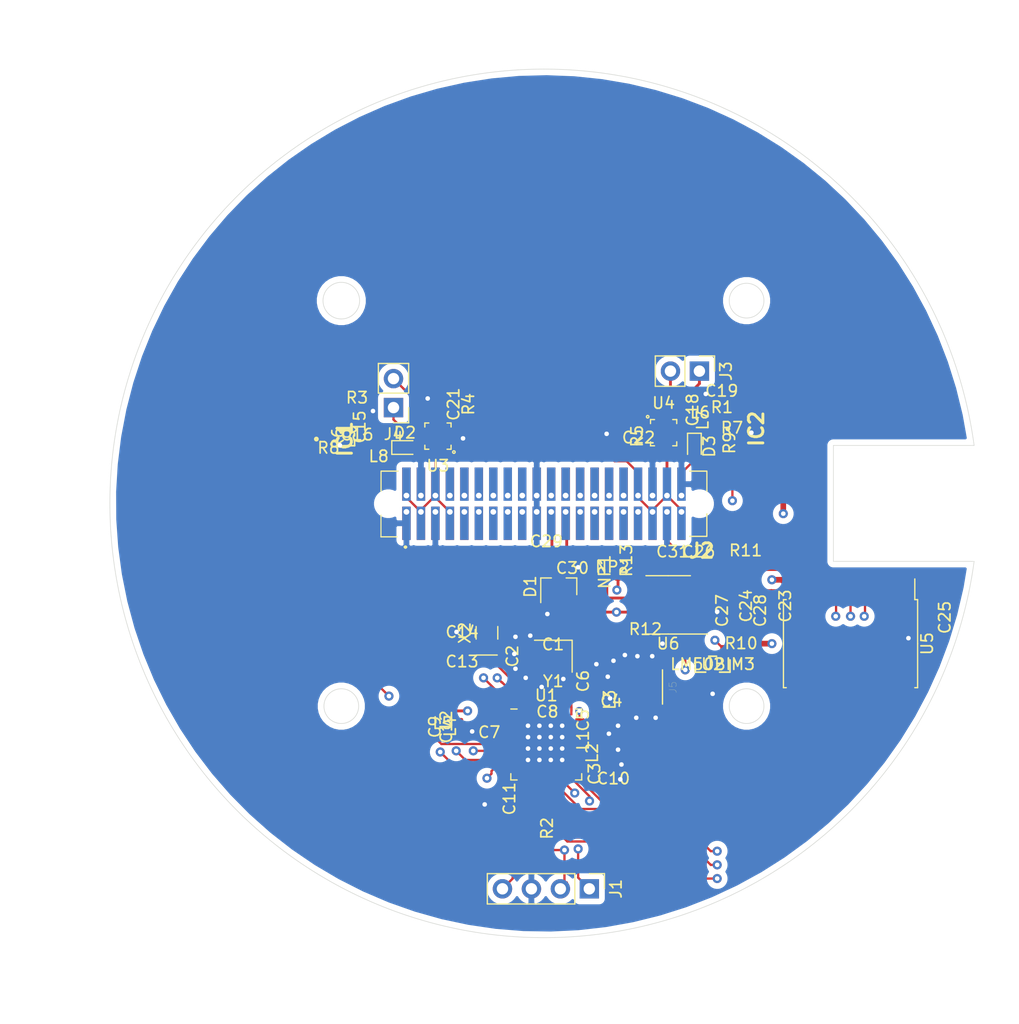
<source format=kicad_pcb>
(kicad_pcb (version 20171130) (host pcbnew "(5.1.4)-1")
  (layers (0 F.Cu signal) (1 In1.Cu power) (2 In2.Cu signal) (31 B.Cu signal) (34 B.Paste user) (35 F.Paste user) (36 B.SilkS user) (37 F.SilkS user) (38 B.Mask user) (39 F.Mask user) (44 Edge.Cuts user))
  (net 0 "")
  (net 1 GND)
  (net 2 5V0)
  (net 3 3V3)
  (net 4 "Net-(C1-Pad1)")
  (net 5 "Net-(C2-Pad1)")
  (net 6 +3V3)
  (net 7 "Net-(C8-Pad1)")
  (net 8 "Net-(C12-Pad2)")
  (net 9 "Net-(C10-Pad1)")
  (net 10 XL1)
  (net 11 XL2)
  (net 12 "Net-(C15-Pad1)")
  (net 13 "Net-(C18-Pad1)")
  (net 14 +5V)
  (net 15 "Net-(J2-Pad33)")
  (net 16 "Net-(J2-Pad32)")
  (net 17 "Net-(J2-Pad30)")
  (net 18 "Net-(J2-Pad28)")
  (net 19 "Net-(J2-Pad27)")
  (net 20 "Net-(J2-Pad26)")
  (net 21 "Net-(J2-Pad25)")
  (net 22 "Net-(J2-Pad24)")
  (net 23 "Net-(J2-Pad22)")
  (net 24 "Net-(J2-Pad18)")
  (net 25 "Net-(J2-Pad17)")
  (net 26 "Net-(J2-Pad16)")
  (net 27 "Net-(J2-Pad15)")
  (net 28 "Net-(J2-Pad14)")
  (net 29 "Net-(J2-Pad13)")
  (net 30 "Net-(J2-Pad12)")
  (net 31 "Net-(J2-Pad11)")
  (net 32 "Net-(J2-Pad10)")
  (net 33 "Net-(J2-Pad9)")
  (net 34 "Net-(J2-Pad8)")
  (net 35 "Net-(L4-Pad2)")
  (net 36 "Net-(L4-Pad1)")
  (net 37 "Net-(U1-Pad44)")
  (net 38 "Net-(U1-Pad43)")
  (net 39 "Net-(U1-Pad42)")
  (net 40 "Net-(U1-Pad41)")
  (net 41 "Net-(U1-Pad40)")
  (net 42 "Net-(C5-Pad1)")
  (net 43 "Net-(L1-Pad1)")
  (net 44 VDD_PA)
  (net 45 "Net-(U1-Pad28)")
  (net 46 "Net-(U1-Pad27)")
  (net 47 "Net-(U1-Pad11)")
  (net 48 "Net-(U1-Pad8)")
  (net 49 "Net-(U1-Pad4)")
  (net 50 "Net-(U1-Pad3)")
  (net 51 Temperature)
  (net 52 "Net-(C16-Pad1)")
  (net 53 "Net-(IC1-Pad4)")
  (net 54 "Net-(IC1-Pad2)")
  (net 55 "Net-(R4-Pad2)")
  (net 56 "Net-(C21-Pad2)")
  (net 57 "Net-(R5-Pad2)")
  (net 58 "Net-(C19-Pad1)")
  (net 59 3V3Sense)
  (net 60 "Net-(IC2-Pad4)")
  (net 61 5V0Sense)
  (net 62 "Net-(IC2-Pad2)")
  (net 63 "Net-(C22-Pad2)")
  (net 64 "Net-(C6-Pad1)")
  (net 65 "Net-(C4-Pad1)")
  (net 66 SWDIO)
  (net 67 SWDCLK)
  (net 68 "Net-(C25-Pad1)")
  (net 69 "Net-(C26-Pad2)")
  (net 70 CAN_H)
  (net 71 CAN_L)
  (net 72 "Net-(C31-Pad1)")
  (net 73 "Net-(R10-Pad2)")
  (net 74 "Net-(R11-Pad2)")
  (net 75 "Net-(R12-Pad1)")
  (net 76 "Net-(R13-Pad1)")
  (net 77 "Net-(U5-Pad8)")
  (net 78 "Net-(U5-Pad7)")
  (net 79 "Net-(U5-Pad3)")
  (net 80 "Net-(C16-Pad2)")
  (net 81 "Net-(C19-Pad2)")
  (net 82 "Net-(D3-Pad1)")
  (net 83 "Net-(D2-Pad1)")
  (net 84 UART_RX)
  (net 85 UART_TX)
  (net 86 CAN_RST)
  (net 87 CS)
  (net 88 MISO)
  (net 89 MOSI)
  (net 90 SCK)
  (net 91 CAN_INT)
  (net 92 RX0BF)
  (net 93 RX1BF)
  (net 94 TX2RTS)
  (net 95 TX1RTS)
  (net 96 TX0RTS)
  (module Diode_SMD:D_SOD-523 (layer F.Cu) (at 165.6 122 270)
    (fp_text reference D3 (at 0 -1.3 90) (layer F.SilkS))
    (fp_text value D_TVS)
    (pad 1 smd rect (at -0.7 0 90) (size 0.6 0.7) (layers F.Cu F.Paste F.Mask) (net 82 "Net-(D3-Pad1)"))
    (pad 2 smd rect (at 0.7 0 90) (size 0.6 0.7) (layers F.Cu F.Paste F.Mask) (net 1 GND))
  )
  (module Diode_SMD:D_SOD-523 (layer F.Cu) (at 140.2 122.1)
    (fp_text reference D2 (at 0 -1.3) (layer F.SilkS))
    (fp_text value D_TVS)
    (pad 1 smd rect (at -0.7 0 180) (size 0.6 0.7) (layers F.Cu F.Paste F.Mask) (net 83 "Net-(D2-Pad1)"))
    (pad 2 smd rect (at 0.7 0 180) (size 0.6 0.7) (layers F.Cu F.Paste F.Mask) (net 1 GND))
  )
  (module Resistor_SMD:R_0402_1005Metric (layer F.Cu) (at 135.5 121.3 90)
    (fp_text reference R6 (at 0 -1.17 90) (layer F.SilkS))
    (fp_text value 1)
    (pad 2 smd roundrect (at 0.485 0 90) (size 0.59 0.64) (layers F.Cu F.Paste F.Mask) (net 52 "Net-(C16-Pad1)"))
    (pad 1 smd roundrect (at -0.485 0 90) (size 0.59 0.64) (layers F.Cu F.Paste F.Mask) (net 6 +3V3))
  )
  (module Resistor_SMD:R_0402_1005Metric (layer F.Cu) (at 136 118.9)
    (fp_text reference R3 (at 0 -1.17) (layer F.SilkS))
    (fp_text value 15)
    (pad 2 smd roundrect (at 0.485 0) (size 0.59 0.64) (layers F.Cu F.Paste F.Mask) (net 1 GND))
    (pad 1 smd roundrect (at -0.485 0) (size 0.59 0.64) (layers F.Cu F.Paste F.Mask) (net 80 "Net-(C16-Pad2)"))
  )
  (module Resistor_SMD:R_0402_1005Metric (layer F.Cu) (at 168.015 117.4 180)
    (fp_text reference R1 (at 0 -1.17) (layer F.SilkS))
    (fp_text value 15)
    (pad 2 smd roundrect (at 0.485 0 180) (size 0.59 0.64) (layers F.Cu F.Paste F.Mask) (net 1 GND))
    (pad 1 smd roundrect (at -0.485 0 180) (size 0.59 0.64) (layers F.Cu F.Paste F.Mask) (net 81 "Net-(C19-Pad2)"))
  )
  (module Inductor_SMD:L_0402_1005Metric (layer F.Cu) (at 136.5 121.3 90)
    (fp_text reference L9 (at 0 -1.17 90) (layer F.SilkS))
    (fp_text value 1uH)
    (pad 2 smd roundrect (at 0.485 0 90) (size 0.59 0.64) (layers F.Cu F.Paste F.Mask) (net 52 "Net-(C16-Pad1)"))
    (pad 1 smd roundrect (at -0.485 0 90) (size 0.59 0.64) (layers F.Cu F.Paste F.Mask) (net 12 "Net-(C15-Pad1)"))
  )
  (module Inductor_SMD:L_0402_1005Metric (layer F.Cu) (at 137.9 121.7 180)
    (fp_text reference L8 (at 0 -1.17) (layer F.SilkS))
    (fp_text value 2.2uH)
    (pad 2 smd roundrect (at 0.485 0 180) (size 0.59 0.64) (layers F.Cu F.Paste F.Mask) (net 12 "Net-(C15-Pad1)"))
    (pad 1 smd roundrect (at -0.485 0 180) (size 0.59 0.64) (layers F.Cu F.Paste F.Mask) (net 83 "Net-(D2-Pad1)"))
  )
  (module Inductor_SMD:L_0402_1005Metric (layer F.Cu) (at 166.1 120.2)
    (fp_text reference L6 (at 0 -1.17) (layer F.SilkS))
    (fp_text value 2.2uH)
    (pad 2 smd roundrect (at 0.485 0) (size 0.59 0.64) (layers F.Cu F.Paste F.Mask) (net 13 "Net-(C18-Pad1)"))
    (pad 1 smd roundrect (at -0.485 0) (size 0.59 0.64) (layers F.Cu F.Paste F.Mask) (net 82 "Net-(D3-Pad1)"))
  )
  (module U:TE_1909763-1 (layer F.Cu) (at 161.3 143.1 270)
    (fp_text reference J5 (at 0.032028 -2.40877 90) (layer F.SilkS) (effects (font (size 0.640629 0.640629) (thickness 0.015))))
    (fp_text value 1909763-1)
    (pad 1 smd rect (at 0 1.525 270) (size 1 1.05) (layers F.Cu F.Paste F.Mask) (net 64 "Net-(C6-Pad1)"))
    (pad 3 smd rect (at 1.475 0 270) (size 1.05 2.2) (layers F.Cu F.Paste F.Mask) (net 1 GND))
    (pad 2 smd rect (at -1.475 0 270) (size 1.05 2.2) (layers F.Cu F.Paste F.Mask) (net 1 GND))
  )
  (module Capacitor_SMD:C_0402_1005Metric (layer F.Cu) (at 136 119.8 180)
    (fp_text reference C16 (at 0 -1.17) (layer F.SilkS))
    (fp_text value 3.3uF)
    (pad 2 smd roundrect (at 0.485 0 180) (size 0.59 0.64) (layers F.Cu F.Paste F.Mask) (net 80 "Net-(C16-Pad2)"))
    (pad 1 smd roundrect (at -0.485 0 180) (size 0.59 0.64) (layers F.Cu F.Paste F.Mask) (net 52 "Net-(C16-Pad1)"))
  )
  (module Capacitor_SMD:C_0402_1005Metric (layer F.Cu) (at 137.4 120.3 90)
    (fp_text reference C15 (at 0 -1.17 90) (layer F.SilkS))
    (fp_text value 10nF)
    (pad 2 smd roundrect (at 0.485 0 90) (size 0.59 0.64) (layers F.Cu F.Paste F.Mask) (net 1 GND))
    (pad 1 smd roundrect (at -0.485 0 90) (size 0.59 0.64) (layers F.Cu F.Paste F.Mask) (net 12 "Net-(C15-Pad1)"))
  )
  (module Resistor_SMD:R_0402_1005Metric (layer F.Cu) (at 160.8 132 90)
    (fp_text reference R13 (at 0 -1.17 90) (layer F.SilkS))
    (fp_text value 0)
    (pad 2 smd roundrect (at 0.485 0 90) (size 0.59 0.64) (layers F.Cu F.Paste F.Mask) (net 72 "Net-(C31-Pad1)"))
    (pad 1 smd roundrect (at -0.485 0 90) (size 0.59 0.64) (layers F.Cu F.Paste F.Mask) (net 76 "Net-(R13-Pad1)"))
  )
  (module Resistor_SMD:R_0402_1005Metric (layer F.Cu) (at 161.3 139.2)
    (fp_text reference R12 (at 0 -1.17) (layer F.SilkS))
    (fp_text value 10k)
    (pad 2 smd roundrect (at 0.485 0) (size 0.59 0.64) (layers F.Cu F.Paste F.Mask) (net 1 GND))
    (pad 1 smd roundrect (at -0.485 0) (size 0.59 0.64) (layers F.Cu F.Paste F.Mask) (net 75 "Net-(R12-Pad1)"))
  )
  (module Resistor_SMD:R_0402_1005Metric (layer F.Cu) (at 170.1 132.3)
    (fp_text reference R11 (at 0 -1.17) (layer F.SilkS))
    (fp_text value 0)
    (pad 2 smd roundrect (at 0.485 0) (size 0.59 0.64) (layers F.Cu F.Paste F.Mask) (net 74 "Net-(R11-Pad2)"))
    (pad 1 smd roundrect (at -0.485 0) (size 0.59 0.64) (layers F.Cu F.Paste F.Mask) (net 69 "Net-(C26-Pad2)"))
  )
  (module Resistor_SMD:R_0402_1005Metric (layer F.Cu) (at 169.7 138.1 180)
    (fp_text reference R10 (at 0 -1.17) (layer F.SilkS))
    (fp_text value 0)
    (pad 2 smd roundrect (at 0.485 0 180) (size 0.59 0.64) (layers F.Cu F.Paste F.Mask) (net 73 "Net-(R10-Pad2)"))
    (pad 1 smd roundrect (at -0.485 0 180) (size 0.59 0.64) (layers F.Cu F.Paste F.Mask) (net 68 "Net-(C25-Pad1)"))
  )
  (module Resistor_SMD:R_0402_1005Metric (layer F.Cu) (at 167.5 121.7 270)
    (fp_text reference R9 (at 0 -1.17 90) (layer F.SilkS))
    (fp_text value R)
    (pad 2 smd roundrect (at 0.485 0 270) (size 0.59 0.64) (layers F.Cu F.Paste F.Mask) (net 1 GND))
    (pad 1 smd roundrect (at -0.485 0 270) (size 0.59 0.64) (layers F.Cu F.Paste F.Mask) (net 61 5V0Sense))
  )
  (module Resistor_SMD:R_0402_1005Metric (layer F.Cu) (at 133.5 123.3)
    (fp_text reference R8 (at 0 -1.17) (layer F.SilkS))
    (fp_text value 3k)
    (pad 2 smd roundrect (at 0.485 0) (size 0.59 0.64) (layers F.Cu F.Paste F.Mask) (net 1 GND))
    (pad 1 smd roundrect (at -0.485 0) (size 0.59 0.64) (layers F.Cu F.Paste F.Mask) (net 59 3V3Sense))
  )
  (module Resistor_SMD:R_0402_1005Metric (layer F.Cu) (at 168.9 119.2 180)
    (fp_text reference R7 (at 0 -1.17) (layer F.SilkS))
    (fp_text value R)
    (pad 2 smd roundrect (at 0.485 0 180) (size 0.59 0.64) (layers F.Cu F.Paste F.Mask) (net 58 "Net-(C19-Pad1)"))
    (pad 1 smd roundrect (at -0.485 0 180) (size 0.59 0.64) (layers F.Cu F.Paste F.Mask) (net 14 +5V))
  )
  (module Resistor_SMD:R_0402_1005Metric (layer F.Cu) (at 159.4 121.1 270)
    (fp_text reference R5 (at 0 -1.17 90) (layer F.SilkS))
    (fp_text value 820k)
    (pad 2 smd roundrect (at 0.485 0 270) (size 0.59 0.64) (layers F.Cu F.Paste F.Mask) (net 57 "Net-(R5-Pad2)"))
    (pad 1 smd roundrect (at -0.485 0 270) (size 0.59 0.64) (layers F.Cu F.Paste F.Mask) (net 1 GND))
  )
  (module Resistor_SMD:R_0402_1005Metric (layer F.Cu) (at 144.6 118.3 270)
    (fp_text reference R4 (at 0 -1.17 90) (layer F.SilkS))
    (fp_text value 820k)
    (pad 2 smd roundrect (at 0.485 0 270) (size 0.59 0.64) (layers F.Cu F.Paste F.Mask) (net 55 "Net-(R4-Pad2)"))
    (pad 1 smd roundrect (at -0.485 0 270) (size 0.59 0.64) (layers F.Cu F.Paste F.Mask) (net 1 GND))
  )
  (module Resistor_SMD:R_0402_1005Metric (layer F.Cu) (at 151.5 155.5 270)
    (fp_text reference R2 (at 0 -1.17 90) (layer F.SilkS))
    (fp_text value 10k)
    (pad 2 smd roundrect (at 0.485 0 270) (size 0.59 0.64) (layers F.Cu F.Paste F.Mask) (net 66 SWDIO))
    (pad 1 smd roundrect (at -0.485 0 270) (size 0.59 0.64) (layers F.Cu F.Paste F.Mask) (net 6 +3V3))
  )
  (module Resistor_SMD:R_0402_1005Metric (layer F.Cu) (at 158.4 131.4 180)
    (fp_text reference NP2 (at 0 -1.17) (layer F.SilkS))
    (fp_text value 120)
    (pad 2 smd roundrect (at 0.485 0 180) (size 0.59 0.64) (layers F.Cu F.Paste F.Mask) (net 71 CAN_L))
    (pad 1 smd roundrect (at -0.485 0 180) (size 0.59 0.64) (layers F.Cu F.Paste F.Mask) (net 72 "Net-(C31-Pad1)"))
  )
  (module Resistor_SMD:R_0402_1005Metric (layer F.Cu) (at 158.9 133 90)
    (fp_text reference NP1 (at 0 -1.17 90) (layer F.SilkS))
    (fp_text value 120)
    (pad 2 smd roundrect (at 0.485 0 90) (size 0.59 0.64) (layers F.Cu F.Paste F.Mask) (net 72 "Net-(C31-Pad1)"))
    (pad 1 smd roundrect (at -0.485 0 90) (size 0.59 0.64) (layers F.Cu F.Paste F.Mask) (net 70 CAN_H))
  )
  (module Inductor_SMD:L_0402_1005Metric (layer F.Cu) (at 167.5 119.7 90)
    (fp_text reference L7 (at 0 -1.17 90) (layer F.SilkS))
    (fp_text value 1uH)
    (pad 2 smd roundrect (at 0.485 0 90) (size 0.59 0.64) (layers F.Cu F.Paste F.Mask) (net 58 "Net-(C19-Pad1)"))
    (pad 1 smd roundrect (at -0.485 0 90) (size 0.59 0.64) (layers F.Cu F.Paste F.Mask) (net 13 "Net-(C18-Pad1)"))
  )
  (module Inductor_SMD:L_0402_1005Metric (layer F.Cu) (at 143.5 145.1 180)
    (fp_text reference L5 (at 0 -1.17) (layer F.SilkS))
    (fp_text value 15nH)
    (pad 2 smd roundrect (at 0.485 0 180) (size 0.59 0.64) (layers F.Cu F.Paste F.Mask) (net 36 "Net-(L4-Pad1)"))
    (pad 1 smd roundrect (at -0.485 0 180) (size 0.59 0.64) (layers F.Cu F.Paste F.Mask) (net 8 "Net-(C12-Pad2)"))
  )
  (module Inductor_SMD:L_0402_1005Metric (layer F.Cu) (at 143 146.6 270)
    (fp_text reference L4 (at 0 -1.17 90) (layer F.SilkS))
    (fp_text value 10uH)
    (pad 2 smd roundrect (at 0.485 0 270) (size 0.59 0.64) (layers F.Cu F.Paste F.Mask) (net 35 "Net-(L4-Pad2)"))
    (pad 1 smd roundrect (at -0.485 0 270) (size 0.59 0.64) (layers F.Cu F.Paste F.Mask) (net 36 "Net-(L4-Pad1)"))
  )
  (module Capacitor_SMD:C_0402_1005Metric (layer F.Cu) (at 163.7 132.4)
    (fp_text reference C31 (at 0 -1.17) (layer F.SilkS))
    (fp_text value 1nf)
    (pad 2 smd roundrect (at 0.485 0) (size 0.59 0.64) (layers F.Cu F.Paste F.Mask) (net 1 GND))
    (pad 1 smd roundrect (at -0.485 0) (size 0.59 0.64) (layers F.Cu F.Paste F.Mask) (net 72 "Net-(C31-Pad1)"))
  )
  (module Capacitor_SMD:C_0402_1005Metric (layer F.Cu) (at 154.9 131.5 180)
    (fp_text reference C30 (at 0 -1.17) (layer F.SilkS))
    (fp_text value 100pf)
    (pad 2 smd roundrect (at 0.485 0 180) (size 0.59 0.64) (layers F.Cu F.Paste F.Mask) (net 71 CAN_L))
    (pad 1 smd roundrect (at -0.485 0 180) (size 0.59 0.64) (layers F.Cu F.Paste F.Mask) (net 1 GND))
  )
  (module Capacitor_SMD:C_0402_1005Metric (layer F.Cu) (at 152.615 131.5)
    (fp_text reference C29 (at 0 -1.17) (layer F.SilkS))
    (fp_text value 100pf)
    (pad 2 smd roundrect (at 0.485 0) (size 0.59 0.64) (layers F.Cu F.Paste F.Mask) (net 70 CAN_H))
    (pad 1 smd roundrect (at -0.485 0) (size 0.59 0.64) (layers F.Cu F.Paste F.Mask) (net 1 GND))
  )
  (module Capacitor_SMD:C_0402_1005Metric (layer F.Cu) (at 170.2 136.4 270)
    (fp_text reference C28 (at 0 -1.17 90) (layer F.SilkS))
    (fp_text value 100nf)
    (pad 2 smd roundrect (at 0.485 0 270) (size 0.59 0.64) (layers F.Cu F.Paste F.Mask) (net 1 GND))
    (pad 1 smd roundrect (at -0.485 0 270) (size 0.59 0.64) (layers F.Cu F.Paste F.Mask) (net 14 +5V))
  )
  (module Capacitor_SMD:C_0402_1005Metric (layer F.Cu) (at 169.2 136.4 90)
    (fp_text reference C27 (at 0 -1.17 90) (layer F.SilkS))
    (fp_text value 1nf)
    (pad 2 smd roundrect (at 0.485 0 90) (size 0.59 0.64) (layers F.Cu F.Paste F.Mask) (net 14 +5V))
    (pad 1 smd roundrect (at -0.485 0 90) (size 0.59 0.64) (layers F.Cu F.Paste F.Mask) (net 1 GND))
  )
  (module Capacitor_SMD:C_0402_1005Metric (layer F.Cu) (at 165.985 132.4)
    (fp_text reference C26 (at 0 -1.17) (layer F.SilkS))
    (fp_text value 100pf)
    (pad 2 smd roundrect (at 0.485 0) (size 0.59 0.64) (layers F.Cu F.Paste F.Mask) (net 69 "Net-(C26-Pad2)"))
    (pad 1 smd roundrect (at -0.485 0) (size 0.59 0.64) (layers F.Cu F.Paste F.Mask) (net 1 GND))
  )
  (module Capacitor_SMD:C_0402_1005Metric (layer F.Cu) (at 186.4 137 270)
    (fp_text reference C25 (at 0 -1.17 90) (layer F.SilkS))
    (fp_text value 100pf)
    (pad 2 smd roundrect (at 0.485 0 270) (size 0.59 0.64) (layers F.Cu F.Paste F.Mask) (net 1 GND))
    (pad 1 smd roundrect (at -0.485 0 270) (size 0.59 0.64) (layers F.Cu F.Paste F.Mask) (net 68 "Net-(C25-Pad1)"))
  )
  (module Capacitor_SMD:C_0402_1005Metric (layer F.Cu) (at 171.3 135.985 90)
    (fp_text reference C24 (at 0 -1.17 90) (layer F.SilkS))
    (fp_text value 1nf)
    (pad 2 smd roundrect (at 0.485 0 90) (size 0.59 0.64) (layers F.Cu F.Paste F.Mask) (net 14 +5V))
    (pad 1 smd roundrect (at -0.485 0 90) (size 0.59 0.64) (layers F.Cu F.Paste F.Mask) (net 1 GND))
  )
  (module Capacitor_SMD:C_0402_1005Metric (layer F.Cu) (at 172.4 136 270)
    (fp_text reference C23 (at 0 -1.17 90) (layer F.SilkS))
    (fp_text value 100nf)
    (pad 2 smd roundrect (at 0.485 0 270) (size 0.59 0.64) (layers F.Cu F.Paste F.Mask) (net 1 GND))
    (pad 1 smd roundrect (at -0.485 0 270) (size 0.59 0.64) (layers F.Cu F.Paste F.Mask) (net 14 +5V))
  )
  (module Capacitor_SMD:C_0402_1005Metric (layer F.Cu) (at 160.7 122.4)
    (fp_text reference C22 (at 0 -1.17) (layer F.SilkS))
    (fp_text value 0.9uF)
    (pad 2 smd roundrect (at 0.485 0) (size 0.59 0.64) (layers F.Cu F.Paste F.Mask) (net 63 "Net-(C22-Pad2)"))
    (pad 1 smd roundrect (at -0.485 0) (size 0.59 0.64) (layers F.Cu F.Paste F.Mask) (net 1 GND))
  )
  (module Capacitor_SMD:C_0402_1005Metric (layer F.Cu) (at 143.3 118.3 270)
    (fp_text reference C21 (at 0 -1.17 90) (layer F.SilkS))
    (fp_text value 0.54uF)
    (pad 2 smd roundrect (at 0.485 0 270) (size 0.59 0.64) (layers F.Cu F.Paste F.Mask) (net 56 "Net-(C21-Pad2)"))
    (pad 1 smd roundrect (at -0.485 0 270) (size 0.59 0.64) (layers F.Cu F.Paste F.Mask) (net 1 GND))
  )
  (module Capacitor_SMD:C_0402_1005Metric (layer F.Cu) (at 168 118.3)
    (fp_text reference C19 (at 0 -1.17) (layer F.SilkS))
    (fp_text value 3.3uF)
    (pad 2 smd roundrect (at 0.485 0) (size 0.59 0.64) (layers F.Cu F.Paste F.Mask) (net 81 "Net-(C19-Pad2)"))
    (pad 1 smd roundrect (at -0.485 0) (size 0.59 0.64) (layers F.Cu F.Paste F.Mask) (net 58 "Net-(C19-Pad1)"))
  )
  (module Capacitor_SMD:C_0402_1005Metric (layer F.Cu) (at 166.6 118.8 90)
    (fp_text reference C18 (at 0 -1.17 90) (layer F.SilkS))
    (fp_text value 10nF)
    (pad 2 smd roundrect (at 0.485 0 90) (size 0.59 0.64) (layers F.Cu F.Paste F.Mask) (net 1 GND))
    (pad 1 smd roundrect (at -0.485 0 90) (size 0.59 0.64) (layers F.Cu F.Paste F.Mask) (net 13 "Net-(C18-Pad1)"))
  )
  (module Capacitor_SMD:C_0402_1005Metric (layer F.Cu) (at 145.215 137.11 180)
    (fp_text reference C14 (at 0 -1.17) (layer F.SilkS))
    (fp_text value 21pF)
    (pad 2 smd roundrect (at 0.485 0 180) (size 0.59 0.64) (layers F.Cu F.Paste F.Mask) (net 1 GND))
    (pad 1 smd roundrect (at -0.485 0 180) (size 0.59 0.64) (layers F.Cu F.Paste F.Mask) (net 11 XL2))
  )
  (module Capacitor_SMD:C_0402_1005Metric (layer F.Cu) (at 145.215 139.7 180)
    (fp_text reference C13 (at 0 -1.17) (layer F.SilkS))
    (fp_text value 21pF)
    (pad 2 smd roundrect (at 0.485 0 180) (size 0.59 0.64) (layers F.Cu F.Paste F.Mask) (net 1 GND))
    (pad 1 smd roundrect (at -0.485 0 180) (size 0.59 0.64) (layers F.Cu F.Paste F.Mask) (net 10 XL1))
  )
  (module Capacitor_SMD:C_0402_1005Metric (layer F.Cu) (at 145 146.6 90)
    (fp_text reference C12 (at 0 -1.17 90) (layer F.SilkS))
    (fp_text value 1uF)
    (pad 2 smd roundrect (at 0.485 0 90) (size 0.59 0.64) (layers F.Cu F.Paste F.Mask) (net 8 "Net-(C12-Pad2)"))
    (pad 1 smd roundrect (at -0.485 0 90) (size 0.59 0.64) (layers F.Cu F.Paste F.Mask) (net 1 GND))
  )
  (module Capacitor_SMD:C_0402_1005Metric (layer F.Cu) (at 148.2 152.9 270)
    (fp_text reference C11 (at 0 -1.17 90) (layer F.SilkS))
    (fp_text value 100nF)
    (pad 2 smd roundrect (at 0.485 0 270) (size 0.59 0.64) (layers F.Cu F.Paste F.Mask) (net 1 GND))
    (pad 1 smd roundrect (at -0.485 0 270) (size 0.59 0.64) (layers F.Cu F.Paste F.Mask) (net 6 +3V3))
  )
  (module Capacitor_SMD:C_0402_1005Metric (layer F.Cu) (at 158.5 152.3)
    (fp_text reference C10 (at 0 -1.17) (layer F.SilkS))
    (fp_text value 47nF)
    (pad 2 smd roundrect (at 0.485 0) (size 0.59 0.64) (layers F.Cu F.Paste F.Mask) (net 1 GND))
    (pad 1 smd roundrect (at -0.485 0) (size 0.59 0.64) (layers F.Cu F.Paste F.Mask) (net 9 "Net-(C10-Pad1)"))
  )
  (module Capacitor_SMD:C_0402_1005Metric (layer F.Cu) (at 144 146.6 90)
    (fp_text reference C9 (at 0 -1.17 90) (layer F.SilkS))
    (fp_text value 1nF)
    (pad 2 smd roundrect (at 0.485 0 90) (size 0.59 0.64) (layers F.Cu F.Paste F.Mask) (net 8 "Net-(C12-Pad2)"))
    (pad 1 smd roundrect (at -0.485 0 90) (size 0.59 0.64) (layers F.Cu F.Paste F.Mask) (net 1 GND))
  )
  (module Capacitor_SMD:C_0402_1005Metric (layer F.Cu) (at 152.7 144.1 180)
    (fp_text reference C8 (at 0 -1.17) (layer F.SilkS))
    (fp_text value 100nF)
    (pad 2 smd roundrect (at 0.485 0 180) (size 0.59 0.64) (layers F.Cu F.Paste F.Mask) (net 1 GND))
    (pad 1 smd roundrect (at -0.485 0 180) (size 0.59 0.64) (layers F.Cu F.Paste F.Mask) (net 7 "Net-(C8-Pad1)"))
  )
  (module Capacitor_SMD:C_0402_1005Metric (layer F.Cu) (at 147.6 145.9 180)
    (fp_text reference C7 (at 0 -1.17) (layer F.SilkS))
    (fp_text value 4.7uF)
    (pad 2 smd roundrect (at 0.485 0 180) (size 0.59 0.64) (layers F.Cu F.Paste F.Mask) (net 1 GND))
    (pad 1 smd roundrect (at -0.485 0 180) (size 0.59 0.64) (layers F.Cu F.Paste F.Mask) (net 6 +3V3))
  )
  (module Capacitor_SMD:C_0402_1005Metric (layer F.Cu) (at 150.8 140.4 90)
    (fp_text reference C2 (at 0 -1.17 90) (layer F.SilkS))
    (fp_text value 12pF)
    (pad 2 smd roundrect (at 0.485 0 90) (size 0.59 0.64) (layers F.Cu F.Paste F.Mask) (net 1 GND))
    (pad 1 smd roundrect (at -0.485 0 90) (size 0.59 0.64) (layers F.Cu F.Paste F.Mask) (net 5 "Net-(C2-Pad1)"))
  )
  (module Capacitor_SMD:C_0402_1005Metric (layer F.Cu) (at 153.2 138.2 180)
    (fp_text reference C1 (at 0 -1.17) (layer F.SilkS))
    (fp_text value 12pF)
    (pad 2 smd roundrect (at 0.485 0 180) (size 0.59 0.64) (layers F.Cu F.Paste F.Mask) (net 1 GND))
    (pad 1 smd roundrect (at -0.485 0 180) (size 0.59 0.64) (layers F.Cu F.Paste F.Mask) (net 4 "Net-(C1-Pad1)"))
  )
  (module Package_SO:SOIC-8_3.9x4.9mm_P1.27mm (layer F.Cu) (at 163.3 135.9 180)
    (fp_text reference U6 (at 0 -3.4) (layer F.SilkS))
    (fp_text value SN65HVD1050D)
    (pad 8 smd roundrect (at 2.475 -1.905 180) (size 1.95 0.6) (layers F.Cu F.Paste F.Mask) (net 75 "Net-(R12-Pad1)"))
    (pad 7 smd roundrect (at 2.475 -0.635 180) (size 1.95 0.6) (layers F.Cu F.Paste F.Mask) (net 70 CAN_H))
    (pad 6 smd roundrect (at 2.475 0.635 180) (size 1.95 0.6) (layers F.Cu F.Paste F.Mask) (net 71 CAN_L))
    (pad 5 smd roundrect (at 2.475 1.905 180) (size 1.95 0.6) (layers F.Cu F.Paste F.Mask) (net 76 "Net-(R13-Pad1)"))
    (pad 4 smd roundrect (at -2.475 1.905 180) (size 1.95 0.6) (layers F.Cu F.Paste F.Mask) (net 69 "Net-(C26-Pad2)"))
    (pad 3 smd roundrect (at -2.475 0.635 180) (size 1.95 0.6) (layers F.Cu F.Paste F.Mask) (net 14 +5V))
    (pad 2 smd roundrect (at -2.475 -0.635 180) (size 1.95 0.6) (layers F.Cu F.Paste F.Mask) (net 1 GND))
    (pad 1 smd roundrect (at -2.475 -1.905 180) (size 1.95 0.6) (layers F.Cu F.Paste F.Mask) (net 73 "Net-(R10-Pad2)"))
  )
  (module Package_SO:SOIC-18W_7.5x11.6mm_P1.27mm (layer F.Cu) (at 179.3 139.3 270)
    (fp_text reference U5 (at 0 -6.72 270) (layer F.SilkS))
    (fp_text value MCP2515-xSO)
    (pad 18 smd roundrect (at 4.65 -5.08 270) (size 2.05 0.6) (layers F.Cu F.Paste F.Mask) (net 1 GND))
    (pad 17 smd roundrect (at 4.65 -3.81 270) (size 2.05 0.6) (layers F.Cu F.Paste F.Mask) (net 86 CAN_RST))
    (pad 16 smd roundrect (at 4.65 -2.54 270) (size 2.05 0.6) (layers F.Cu F.Paste F.Mask) (net 87 CS))
    (pad 15 smd roundrect (at 4.65 -1.27 270) (size 2.05 0.6) (layers F.Cu F.Paste F.Mask) (net 88 MISO))
    (pad 14 smd roundrect (at 4.65 0 270) (size 2.05 0.6) (layers F.Cu F.Paste F.Mask) (net 89 MOSI))
    (pad 13 smd roundrect (at 4.65 1.27 270) (size 2.05 0.6) (layers F.Cu F.Paste F.Mask) (net 90 SCK))
    (pad 12 smd roundrect (at 4.65 2.54 270) (size 2.05 0.6) (layers F.Cu F.Paste F.Mask) (net 91 CAN_INT))
    (pad 11 smd roundrect (at 4.65 3.81 270) (size 2.05 0.6) (layers F.Cu F.Paste F.Mask) (net 92 RX0BF))
    (pad 10 smd roundrect (at 4.65 5.08 270) (size 2.05 0.6) (layers F.Cu F.Paste F.Mask) (net 93 RX1BF))
    (pad 9 smd roundrect (at -4.65 5.08 270) (size 2.05 0.6) (layers F.Cu F.Paste F.Mask) (net 14 +5V))
    (pad 8 smd roundrect (at -4.65 3.81 270) (size 2.05 0.6) (layers F.Cu F.Paste F.Mask) (net 77 "Net-(U5-Pad8)"))
    (pad 7 smd roundrect (at -4.65 2.54 270) (size 2.05 0.6) (layers F.Cu F.Paste F.Mask) (net 78 "Net-(U5-Pad7)"))
    (pad 6 smd roundrect (at -4.65 1.27 270) (size 2.05 0.6) (layers F.Cu F.Paste F.Mask) (net 94 TX2RTS))
    (pad 5 smd roundrect (at -4.65 0 270) (size 2.05 0.6) (layers F.Cu F.Paste F.Mask) (net 95 TX1RTS))
    (pad 4 smd roundrect (at -4.65 -1.27 270) (size 2.05 0.6) (layers F.Cu F.Paste F.Mask) (net 96 TX0RTS))
    (pad 3 smd roundrect (at -4.65 -2.54 270) (size 2.05 0.6) (layers F.Cu F.Paste F.Mask) (net 79 "Net-(U5-Pad3)"))
    (pad 2 smd roundrect (at -4.65 -3.81 270) (size 2.05 0.6) (layers F.Cu F.Paste F.Mask) (net 68 "Net-(C25-Pad1)"))
    (pad 1 smd roundrect (at -4.65 -5.08 270) (size 2.05 0.6) (layers F.Cu F.Paste F.Mask) (net 74 "Net-(R11-Pad2)"))
  )
  (module Package_TO_SOT_SMD:SOT-23 (layer F.Cu) (at 153.7 134.3 90)
    (fp_text reference D1 (at 0 -2.5 270) (layer F.SilkS))
    (fp_text value D5V0L2B3W-7)
    (pad 3 smd rect (at 1 0 90) (size 0.9 0.8) (layers F.Cu F.Paste F.Mask) (net 70 CAN_H))
    (pad 2 smd rect (at -1 0.95 90) (size 0.9 0.8) (layers F.Cu F.Paste F.Mask) (net 71 CAN_L))
    (pad 1 smd rect (at -1 -0.95 90) (size 0.9 0.8) (layers F.Cu F.Paste F.Mask) (net 1 GND))
  )
  (module Inductor_SMD:L_0402_1005Metric (layer F.Cu) (at 157 144.215 270)
    (fp_text reference L3 (at 0 -1.17 90) (layer F.SilkS))
    (fp_text value 3.3nH)
    (pad 2 smd roundrect (at 0.485 0 270) (size 0.59 0.64) (layers F.Cu F.Paste F.Mask) (net 65 "Net-(C4-Pad1)"))
    (pad 1 smd roundrect (at -0.485 0 270) (size 0.59 0.64) (layers F.Cu F.Paste F.Mask) (net 64 "Net-(C6-Pad1)"))
  )
  (module Inductor_SMD:L_0402_1005Metric (layer F.Cu) (at 157.8 148.885 90)
    (fp_text reference L2 (at 0 -1.17 90) (layer F.SilkS))
    (fp_text value 10nH)
    (pad 2 smd roundrect (at 0.485 0 90) (size 0.59 0.64) (layers F.Cu F.Paste F.Mask) (net 43 "Net-(L1-Pad1)"))
    (pad 1 smd roundrect (at -0.485 0 90) (size 0.59 0.64) (layers F.Cu F.Paste F.Mask) (net 44 VDD_PA))
  )
  (module Inductor_SMD:L_0402_1005Metric (layer F.Cu) (at 157 147.785 90)
    (fp_text reference L1 (at 0 -1.17 90) (layer F.SilkS))
    (fp_text value 4.7nH)
    (pad 2 smd roundrect (at 0.485 0 90) (size 0.59 0.64) (layers F.Cu F.Paste F.Mask) (net 42 "Net-(C5-Pad1)"))
    (pad 1 smd roundrect (at -0.485 0 90) (size 0.59 0.64) (layers F.Cu F.Paste F.Mask) (net 43 "Net-(L1-Pad1)"))
  )
  (module Capacitor_SMD:C_0402_1005Metric (layer F.Cu) (at 157 142.585 90)
    (fp_text reference C6 (at 0 -1.17 90) (layer F.SilkS))
    (fp_text value 1.5pF)
    (pad 2 smd roundrect (at 0.485 0 90) (size 0.59 0.64) (layers F.Cu F.Paste F.Mask) (net 1 GND))
    (pad 1 smd roundrect (at -0.485 0 90) (size 0.59 0.64) (layers F.Cu F.Paste F.Mask) (net 64 "Net-(C6-Pad1)"))
  )
  (module Capacitor_SMD:C_0402_1005Metric (layer F.Cu) (at 157 146.015 90)
    (fp_text reference C5 (at 0 -1.17 90) (layer F.SilkS))
    (fp_text value 2.2pF)
    (pad 2 smd roundrect (at 0.485 0 90) (size 0.59 0.64) (layers F.Cu F.Paste F.Mask) (net 65 "Net-(C4-Pad1)"))
    (pad 1 smd roundrect (at -0.485 0 90) (size 0.59 0.64) (layers F.Cu F.Paste F.Mask) (net 42 "Net-(C5-Pad1)"))
  )
  (module Capacitor_SMD:C_0402_1005Metric (layer F.Cu) (at 158.315 145.5)
    (fp_text reference C4 (at 0 -1.17) (layer F.SilkS))
    (fp_text value 1pF)
    (pad 2 smd roundrect (at 0.485 0) (size 0.59 0.64) (layers F.Cu F.Paste F.Mask) (net 1 GND))
    (pad 1 smd roundrect (at -0.485 0) (size 0.59 0.64) (layers F.Cu F.Paste F.Mask) (net 65 "Net-(C4-Pad1)"))
  )
  (module Capacitor_SMD:C_0402_1005Metric (layer F.Cu) (at 158 150.715 90)
    (fp_text reference C3 (at 0 -1.17 90) (layer F.SilkS))
    (fp_text value 2.2nF)
    (pad 2 smd roundrect (at 0.485 0 90) (size 0.59 0.64) (layers F.Cu F.Paste F.Mask) (net 44 VDD_PA))
    (pad 1 smd roundrect (at -0.485 0 90) (size 0.59 0.64) (layers F.Cu F.Paste F.Mask) (net 1 GND))
  )
  (module Crystal:Crystal_SMD_2520-4Pin_2.5x2.0mm (layer F.Cu) (at 153.225 140.4 180)
    (fp_text reference Y1 (at 0 -2.2) (layer F.SilkS))
    (fp_text value 16MHz)
    (pad 4 smd rect (at -0.875 -0.7 180) (size 1.15 1) (layers F.Cu F.Paste F.Mask) (net 1 GND))
    (pad 3 smd rect (at 0.875 -0.7 180) (size 1.15 1) (layers F.Cu F.Paste F.Mask) (net 5 "Net-(C2-Pad1)"))
    (pad 2 smd rect (at 0.875 0.7 180) (size 1.15 1) (layers F.Cu F.Paste F.Mask) (net 1 GND))
    (pad 1 smd rect (at -0.875 0.7 180) (size 1.15 1) (layers F.Cu F.Paste F.Mask) (net 4 "Net-(C1-Pad1)"))
  )
  (module Connector_PinHeader_2.54mm:PinHeader_1x02_P2.54mm_Vertical (layer F.Cu) (at 139.2 118.6 180)
    (fp_text reference J4 (at 0 -2.33) (layer F.SilkS))
    (fp_text value Conn_01x02)
    (pad 2 thru_hole oval (at 0 2.54 180) (size 1.7 1.7) (drill 1) (layers *.Cu *.Mask) (net 3 3V3))
    (pad 1 thru_hole rect (at 0 0 180) (size 1.7 1.7) (drill 1) (layers *.Cu *.Mask) (net 83 "Net-(D2-Pad1)"))
  )
  (module Connector_PinHeader_2.54mm:PinHeader_1x02_P2.54mm_Vertical (layer F.Cu) (at 166.04 115.4 270)
    (fp_text reference J3 (at 0 -2.33 90) (layer F.SilkS))
    (fp_text value Conn_01x02)
    (pad 2 thru_hole oval (at 0 2.54 270) (size 1.7 1.7) (drill 1) (layers *.Cu *.Mask) (net 2 5V0))
    (pad 1 thru_hole rect (at 0 0 270) (size 1.7 1.7) (drill 1) (layers *.Cu *.Mask) (net 82 "Net-(D3-Pad1)"))
  )
  (module FAN4010:6-LEAD_MICROPAK (layer F.Cu) (at 169.3 120.8 270)
    (fp_text reference IC2 (at -0.344 -1.735 90) (layer F.SilkS) (effects (font (size 1.27 1.27) (thickness 0.254))))
    (fp_text value FAN4010IL6X_F113 hide)
    (pad 6 smd rect (at -0.35 -0.365 270) (size 0.2 0.52) (layers F.Cu F.Paste F.Mask) (net 14 +5V))
    (pad 5 smd rect (at 0 -0.365 270) (size 0.2 0.52) (layers F.Cu F.Paste F.Mask) (net 1 GND))
    (pad 4 smd rect (at 0.35 -0.365 270) (size 0.2 0.52) (layers F.Cu F.Paste F.Mask) (net 60 "Net-(IC2-Pad4)"))
    (pad 3 smd rect (at 0.35 0.365 270) (size 0.2 0.52) (layers F.Cu F.Paste F.Mask) (net 61 5V0Sense))
    (pad 2 smd rect (at 0 0.365 270) (size 0.2 0.52) (layers F.Cu F.Paste F.Mask) (net 62 "Net-(IC2-Pad2)"))
    (pad 1 smd rect (at -0.35 0.34 270) (size 0.2 0.57) (layers F.Cu F.Paste F.Mask) (net 58 "Net-(C19-Pad1)"))
  )
  (module MASA_Library:MP5077GG-Z (layer F.Cu) (at 162.9 120.8)
    (fp_text reference U4 (at 0 -2.6) (layer F.SilkS))
    (fp_text value MP5077GG-Z)
    (pad 9 smd oval (at 1 -0.2 270) (size 0.2 0.7) (layers F.Cu F.Paste F.Mask) (net 82 "Net-(D3-Pad1)"))
    (pad 8 smd oval (at 1 0.2 270) (size 0.2 0.7) (layers F.Cu F.Paste F.Mask) (net 82 "Net-(D3-Pad1)"))
    (pad 7 smd oval (at 1 0.6 270) (size 0.2 0.7) (layers F.Cu F.Paste F.Mask) (net 82 "Net-(D3-Pad1)"))
    (pad 10 smd oval (at 1 -0.6 270) (size 0.2 0.7) (layers F.Cu F.Paste F.Mask) (net 82 "Net-(D3-Pad1)"))
    (pad 2 smd oval (at -1 -0.2 270) (size 0.2 0.7) (layers F.Cu F.Paste F.Mask) (net 1 GND))
    (pad 3 smd oval (at -1 0.2 270) (size 0.2 0.7) (layers F.Cu F.Paste F.Mask) (net 2 5V0))
    (pad 4 smd oval (at -1 0.6 270) (size 0.2 0.7) (layers F.Cu F.Paste F.Mask) (net 57 "Net-(R5-Pad2)"))
    (pad 1 smd oval (at -1 -0.6 270) (size 0.2 0.7) (layers F.Cu F.Paste F.Mask) (net 2 5V0))
    (pad 6 smd oval (at 0.2 1) (size 0.2 0.7) (layers F.Cu F.Paste F.Mask) (net 2 5V0))
    (pad 5 smd oval (at -0.2 1) (size 0.2 0.7) (layers F.Cu F.Paste F.Mask) (net 63 "Net-(C22-Pad2)"))
    (pad 11 smd oval (at 0.2 -1) (size 0.2 0.7) (layers F.Cu F.Paste F.Mask) (net 2 5V0))
    (pad 12 smd oval (at -0.2 -1) (size 0.2 0.7) (layers F.Cu F.Paste F.Mask))
  )
  (module FAN4010:6-LEAD_MICROPAK (layer F.Cu) (at 133.2 121.7 270)
    (fp_text reference IC1 (at -0.344 -1.735 90) (layer F.SilkS) (effects (font (size 1.27 1.27) (thickness 0.254))))
    (fp_text value FAN4010IL6X_F113 hide)
    (pad 6 smd rect (at -0.35 -0.365 270) (size 0.2 0.52) (layers F.Cu F.Paste F.Mask) (net 6 +3V3))
    (pad 5 smd rect (at 0 -0.365 270) (size 0.2 0.52) (layers F.Cu F.Paste F.Mask) (net 1 GND))
    (pad 4 smd rect (at 0.35 -0.365 270) (size 0.2 0.52) (layers F.Cu F.Paste F.Mask) (net 53 "Net-(IC1-Pad4)"))
    (pad 3 smd rect (at 0.35 0.365 270) (size 0.2 0.52) (layers F.Cu F.Paste F.Mask) (net 59 3V3Sense))
    (pad 2 smd rect (at 0 0.365 270) (size 0.2 0.52) (layers F.Cu F.Paste F.Mask) (net 54 "Net-(IC1-Pad2)"))
    (pad 1 smd rect (at -0.35 0.34 270) (size 0.2 0.57) (layers F.Cu F.Paste F.Mask) (net 52 "Net-(C16-Pad1)"))
  )
  (module MASA_Library:MP5077GG-Z (layer F.Cu) (at 143.1 121.1 180)
    (fp_text reference U3 (at 0 -2.6) (layer F.SilkS))
    (fp_text value MP5077GG-Z)
    (pad 9 smd oval (at 1 -0.2 90) (size 0.2 0.7) (layers F.Cu F.Paste F.Mask) (net 83 "Net-(D2-Pad1)"))
    (pad 8 smd oval (at 1 0.2 90) (size 0.2 0.7) (layers F.Cu F.Paste F.Mask) (net 83 "Net-(D2-Pad1)"))
    (pad 7 smd oval (at 1 0.6 90) (size 0.2 0.7) (layers F.Cu F.Paste F.Mask) (net 83 "Net-(D2-Pad1)"))
    (pad 10 smd oval (at 1 -0.6 90) (size 0.2 0.7) (layers F.Cu F.Paste F.Mask) (net 83 "Net-(D2-Pad1)"))
    (pad 2 smd oval (at -1 -0.2 90) (size 0.2 0.7) (layers F.Cu F.Paste F.Mask) (net 1 GND))
    (pad 3 smd oval (at -1 0.2 90) (size 0.2 0.7) (layers F.Cu F.Paste F.Mask) (net 2 5V0))
    (pad 4 smd oval (at -1 0.6 90) (size 0.2 0.7) (layers F.Cu F.Paste F.Mask) (net 55 "Net-(R4-Pad2)"))
    (pad 1 smd oval (at -1 -0.6 90) (size 0.2 0.7) (layers F.Cu F.Paste F.Mask) (net 2 5V0))
    (pad 6 smd oval (at 0.2 1 180) (size 0.2 0.7) (layers F.Cu F.Paste F.Mask) (net 3 3V3))
    (pad 5 smd oval (at -0.2 1 180) (size 0.2 0.7) (layers F.Cu F.Paste F.Mask) (net 56 "Net-(C21-Pad2)"))
    (pad 11 smd oval (at 0.2 -1 180) (size 0.2 0.7) (layers F.Cu F.Paste F.Mask) (net 3 3V3))
    (pad 12 smd oval (at -0.2 -1 180) (size 0.2 0.7) (layers F.Cu F.Paste F.Mask))
  )
  (module Crystal:Crystal_SMD_MicroCrystal_CC7V-T1A-2Pin_3.2x1.5mm (layer F.Cu) (at 147.4 138.35 90)
    (fp_text reference X2 (at 0 -1.95 90) (layer F.SilkS))
    (fp_text value 32.768kHz)
    (pad 2 smd rect (at 1.25 0 90) (size 1 1.8) (layers F.Cu F.Paste F.Mask) (net 11 XL2))
    (pad 1 smd rect (at -1.25 0 90) (size 1 1.8) (layers F.Cu F.Paste F.Mask) (net 10 XL1))
  )
  (module footprints:LM50_DBZ_3 (layer F.Cu) (at 167.2 141.1 180)
    (fp_text reference U2 (at 0 0) (layer F.SilkS))
    (fp_text value LM50BIM3 (at 0 0) (layer F.SilkS))
    (pad 3 smd rect (at 0 -1.1049 180) (size 0.5588 1.143) (layers F.Cu) (net 1 GND))
    (pad 2 smd rect (at 0.9525 1.1049 180) (size 0.5588 1.143) (layers F.Cu) (net 51 Temperature))
    (pad 1 smd rect (at -0.9525 1.1049 180) (size 0.5588 1.143) (layers F.Cu) (net 14 +5V))
  )
  (module Package_DFN_QFN:QFN-48-1EP_6x6mm_P0.4mm_EP4.6x4.6mm (layer F.Cu) (at 152.6032 148.1436)
    (fp_text reference U1 (at 0 -4.3) (layer F.SilkS))
    (fp_text value nRF51x22-QFxx)
    (pad 48 smd roundrect (at -2.2 -2.95) (size 0.2 0.8) (layers F.Cu F.Paste F.Mask) (net 85 UART_TX))
    (pad 47 smd roundrect (at -1.8 -2.95) (size 0.2 0.8) (layers F.Cu F.Paste F.Mask) (net 84 UART_RX))
    (pad 46 smd roundrect (at -1.4 -2.95) (size 0.2 0.8) (layers F.Cu F.Paste F.Mask) (net 10 XL1))
    (pad 45 smd roundrect (at -1 -2.95) (size 0.2 0.8) (layers F.Cu F.Paste F.Mask) (net 11 XL2))
    (pad 44 smd roundrect (at -0.6 -2.95) (size 0.2 0.8) (layers F.Cu F.Paste F.Mask) (net 37 "Net-(U1-Pad44)"))
    (pad 43 smd roundrect (at -0.2 -2.95) (size 0.2 0.8) (layers F.Cu F.Paste F.Mask) (net 38 "Net-(U1-Pad43)"))
    (pad 42 smd roundrect (at 0.2 -2.95) (size 0.2 0.8) (layers F.Cu F.Paste F.Mask) (net 39 "Net-(U1-Pad42)"))
    (pad 41 smd roundrect (at 0.6 -2.95) (size 0.2 0.8) (layers F.Cu F.Paste F.Mask) (net 40 "Net-(U1-Pad41)"))
    (pad 40 smd roundrect (at 1 -2.95) (size 0.2 0.8) (layers F.Cu F.Paste F.Mask) (net 41 "Net-(U1-Pad40)"))
    (pad 39 smd roundrect (at 1.4 -2.95) (size 0.2 0.8) (layers F.Cu F.Paste F.Mask) (net 7 "Net-(C8-Pad1)"))
    (pad 38 smd roundrect (at 1.8 -2.95) (size 0.2 0.8) (layers F.Cu F.Paste F.Mask) (net 5 "Net-(C2-Pad1)"))
    (pad 37 smd roundrect (at 2.2 -2.95) (size 0.2 0.8) (layers F.Cu F.Paste F.Mask) (net 4 "Net-(C1-Pad1)"))
    (pad 36 smd roundrect (at 2.95 -2.2) (size 0.8 0.2) (layers F.Cu F.Paste F.Mask) (net 8 "Net-(C12-Pad2)"))
    (pad 35 smd roundrect (at 2.95 -1.8) (size 0.8 0.2) (layers F.Cu F.Paste F.Mask) (net 8 "Net-(C12-Pad2)"))
    (pad 34 smd roundrect (at 2.95 -1.4) (size 0.8 0.2) (layers F.Cu F.Paste F.Mask) (net 1 GND))
    (pad 33 smd roundrect (at 2.95 -1) (size 0.8 0.2) (layers F.Cu F.Paste F.Mask) (net 1 GND))
    (pad 32 smd roundrect (at 2.95 -0.6) (size 0.8 0.2) (layers F.Cu F.Paste F.Mask) (net 42 "Net-(C5-Pad1)"))
    (pad 31 smd roundrect (at 2.95 -0.2) (size 0.8 0.2) (layers F.Cu F.Paste F.Mask) (net 43 "Net-(L1-Pad1)"))
    (pad 30 smd roundrect (at 2.95 0.2) (size 0.8 0.2) (layers F.Cu F.Paste F.Mask) (net 44 VDD_PA))
    (pad 29 smd roundrect (at 2.95 0.6) (size 0.8 0.2) (layers F.Cu F.Paste F.Mask) (net 9 "Net-(C10-Pad1)"))
    (pad 28 smd roundrect (at 2.95 1) (size 0.8 0.2) (layers F.Cu F.Paste F.Mask) (net 45 "Net-(U1-Pad28)"))
    (pad 27 smd roundrect (at 2.95 1.4) (size 0.8 0.2) (layers F.Cu F.Paste F.Mask) (net 46 "Net-(U1-Pad27)"))
    (pad 26 smd roundrect (at 2.95 1.8) (size 0.8 0.2) (layers F.Cu F.Paste F.Mask) (net 93 RX1BF))
    (pad 25 smd roundrect (at 2.95 2.2) (size 0.8 0.2) (layers F.Cu F.Paste F.Mask) (net 92 RX0BF))
    (pad 24 smd roundrect (at 2.2 2.95) (size 0.2 0.8) (layers F.Cu F.Paste F.Mask) (net 67 SWDCLK))
    (pad 23 smd roundrect (at 1.8 2.95) (size 0.2 0.8) (layers F.Cu F.Paste F.Mask) (net 66 SWDIO))
    (pad 22 smd roundrect (at 1.4 2.95) (size 0.2 0.8) (layers F.Cu F.Paste F.Mask) (net 91 CAN_INT))
    (pad 21 smd roundrect (at 1 2.95) (size 0.2 0.8) (layers F.Cu F.Paste F.Mask) (net 90 SCK))
    (pad 20 smd roundrect (at 0.6 2.95) (size 0.2 0.8) (layers F.Cu F.Paste F.Mask) (net 89 MOSI))
    (pad 19 smd roundrect (at 0.2 2.95) (size 0.2 0.8) (layers F.Cu F.Paste F.Mask) (net 88 MISO))
    (pad 18 smd roundrect (at -0.2 2.95) (size 0.2 0.8) (layers F.Cu F.Paste F.Mask) (net 87 CS))
    (pad 17 smd roundrect (at -0.6 2.95) (size 0.2 0.8) (layers F.Cu F.Paste F.Mask) (net 86 CAN_RST))
    (pad 16 smd roundrect (at -1 2.95) (size 0.2 0.8) (layers F.Cu F.Paste F.Mask) (net 94 TX2RTS))
    (pad 15 smd roundrect (at -1.4 2.95) (size 0.2 0.8) (layers F.Cu F.Paste F.Mask) (net 95 TX1RTS))
    (pad 14 smd roundrect (at -1.8 2.95) (size 0.2 0.8) (layers F.Cu F.Paste F.Mask) (net 96 TX0RTS))
    (pad 13 smd roundrect (at -2.2 2.95) (size 0.2 0.8) (layers F.Cu F.Paste F.Mask) (net 1 GND))
    (pad 12 smd roundrect (at -2.95 2.2) (size 0.8 0.2) (layers F.Cu F.Paste F.Mask) (net 6 +3V3))
    (pad 11 smd roundrect (at -2.95 1.8) (size 0.8 0.2) (layers F.Cu F.Paste F.Mask) (net 47 "Net-(U1-Pad11)"))
    (pad 10 smd roundrect (at -2.95 1.4) (size 0.8 0.2) (layers F.Cu F.Paste F.Mask) (net 6 +3V3))
    (pad 9 smd roundrect (at -2.95 1) (size 0.8 0.2) (layers F.Cu F.Paste F.Mask) (net 51 Temperature))
    (pad 8 smd roundrect (at -2.95 0.6) (size 0.8 0.2) (layers F.Cu F.Paste F.Mask) (net 48 "Net-(U1-Pad8)"))
    (pad 7 smd roundrect (at -2.95 0.2) (size 0.8 0.2) (layers F.Cu F.Paste F.Mask) (net 59 3V3Sense))
    (pad 6 smd roundrect (at -2.95 -0.2) (size 0.8 0.2) (layers F.Cu F.Paste F.Mask) (net 61 5V0Sense))
    (pad 5 smd roundrect (at -2.95 -0.6) (size 0.8 0.2) (layers F.Cu F.Paste F.Mask) (net 14 +5V))
    (pad 4 smd roundrect (at -2.95 -1) (size 0.8 0.2) (layers F.Cu F.Paste F.Mask) (net 49 "Net-(U1-Pad4)"))
    (pad 3 smd roundrect (at -2.95 -1.4) (size 0.8 0.2) (layers F.Cu F.Paste F.Mask) (net 50 "Net-(U1-Pad3)"))
    (pad 2 smd roundrect (at -2.95 -1.8) (size 0.8 0.2) (layers F.Cu F.Paste F.Mask) (net 35 "Net-(L4-Pad2)"))
    (pad 1 smd roundrect (at -2.95 -2.2) (size 0.8 0.2) (layers F.Cu F.Paste F.Mask) (net 6 +3V3))
    (pad 49 smd roundrect (at 0 0) (size 4.6 4.6) (layers F.Cu F.Mask) (roundrect_rratio 0.054348) (net 1 GND))
  )
  (module MASA_Library:Stack_Connector_2019_2020 (layer F.Cu) (at 152.4 127.0292)
    (fp_text reference J2 (at 13.843 4.1275 180) (layer F.SilkS) (effects (font (size 1.27 1.27) (thickness 0.254))))
    (fp_text value SC_19-20 hide)
    (pad MH2 np_thru_hole circle (at 13.655 0) (size 1.5 0) (drill 1.5) (layers *.Cu *.Mask))
    (pad MH1 np_thru_hole circle (at -13.655 0) (size 1.5 0) (drill 1.5) (layers *.Cu *.Mask))
    (pad 40 thru_hole rect (at 12.065 -0.715) (size 0.74 2.92) (drill 0.5 (offset 0 -1)) (layers *.Cu *.Mask) (net 1 GND))
    (pad 39 thru_hole rect (at 12.065 0.715) (size 0.74 2.92) (drill 0.5 (offset 0 1)) (layers *.Cu *.Mask) (net 2 5V0))
    (pad 38 thru_hole rect (at 10.795 -0.715) (size 0.74 2.92) (drill 0.5 (offset 0 -1)) (layers *.Cu *.Mask) (net 2 5V0))
    (pad 37 thru_hole rect (at 10.795 0.715) (size 0.74 2.92) (drill 0.5 (offset 0 1)) (layers *.Cu *.Mask) (net 1 GND))
    (pad 36 thru_hole rect (at 9.525 -0.715) (size 0.74 2.92) (drill 0.5 (offset 0 -1)) (layers *.Cu *.Mask) (net 1 GND))
    (pad 35 thru_hole rect (at 9.525 0.715) (size 0.74 2.92) (drill 0.5 (offset 0 1)) (layers *.Cu *.Mask) (net 2 5V0))
    (pad 34 thru_hole rect (at 8.255 -0.715) (size 0.74 2.92) (drill 0.5 (offset 0 -1)) (layers *.Cu *.Mask) (net 2 5V0))
    (pad 33 thru_hole rect (at 8.255 0.715) (size 0.74 2.92) (drill 0.5 (offset 0 1)) (layers *.Cu *.Mask) (net 15 "Net-(J2-Pad33)"))
    (pad 32 thru_hole rect (at 6.985 -0.715) (size 0.74 2.92) (drill 0.5 (offset 0 -1)) (layers *.Cu *.Mask) (net 16 "Net-(J2-Pad32)"))
    (pad 31 thru_hole rect (at 6.985 0.715) (size 0.74 2.92) (drill 0.5 (offset 0 1)) (layers *.Cu *.Mask) (net 84 UART_RX))
    (pad 30 thru_hole rect (at 5.715 -0.715) (size 0.74 2.92) (drill 0.5 (offset 0 -1)) (layers *.Cu *.Mask) (net 17 "Net-(J2-Pad30)"))
    (pad 29 thru_hole rect (at 5.715 0.715) (size 0.74 2.92) (drill 0.5 (offset 0 1)) (layers *.Cu *.Mask) (net 85 UART_TX))
    (pad 28 thru_hole rect (at 4.445 -0.715) (size 0.74 2.92) (drill 0.5 (offset 0 -1)) (layers *.Cu *.Mask) (net 18 "Net-(J2-Pad28)"))
    (pad 27 thru_hole rect (at 4.445 0.715) (size 0.74 2.92) (drill 0.5 (offset 0 1)) (layers *.Cu *.Mask) (net 19 "Net-(J2-Pad27)"))
    (pad 26 thru_hole rect (at 3.175 -0.715) (size 0.74 2.92) (drill 0.5 (offset 0 -1)) (layers *.Cu *.Mask) (net 20 "Net-(J2-Pad26)"))
    (pad 25 thru_hole rect (at 3.175 0.715) (size 0.74 2.92) (drill 0.5 (offset 0 1)) (layers *.Cu *.Mask) (net 21 "Net-(J2-Pad25)"))
    (pad 24 thru_hole rect (at 1.905 -0.715) (size 0.74 2.92) (drill 0.5 (offset 0 -1)) (layers *.Cu *.Mask) (net 22 "Net-(J2-Pad24)"))
    (pad 23 thru_hole rect (at 1.905 0.715) (size 0.74 2.92) (drill 0.5 (offset 0 1)) (layers *.Cu *.Mask) (net 71 CAN_L))
    (pad 22 thru_hole rect (at 0.635 -0.715) (size 0.74 2.92) (drill 0.5 (offset 0 -1)) (layers *.Cu *.Mask) (net 23 "Net-(J2-Pad22)"))
    (pad 21 thru_hole rect (at 0.635 0.715) (size 0.74 2.92) (drill 0.5 (offset 0 1)) (layers *.Cu *.Mask) (net 70 CAN_H))
    (pad 20 thru_hole rect (at -0.635 -0.715) (size 0.74 2.92) (drill 0.5 (offset 0 -1)) (layers *.Cu *.Mask) (net 1 GND))
    (pad 19 thru_hole rect (at -0.635 0.715) (size 0.74 2.92) (drill 0.5 (offset 0 1)) (layers *.Cu *.Mask) (net 1 GND))
    (pad 18 thru_hole rect (at -1.905 -0.715) (size 0.74 2.92) (drill 0.5 (offset 0 -1)) (layers *.Cu *.Mask) (net 24 "Net-(J2-Pad18)"))
    (pad 17 thru_hole rect (at -1.905 0.715) (size 0.74 2.92) (drill 0.5 (offset 0 1)) (layers *.Cu *.Mask) (net 25 "Net-(J2-Pad17)"))
    (pad 16 thru_hole rect (at -3.175 -0.715) (size 0.74 2.92) (drill 0.5 (offset 0 -1)) (layers *.Cu *.Mask) (net 26 "Net-(J2-Pad16)"))
    (pad 15 thru_hole rect (at -3.175 0.715) (size 0.74 2.92) (drill 0.5 (offset 0 1)) (layers *.Cu *.Mask) (net 27 "Net-(J2-Pad15)"))
    (pad 14 thru_hole rect (at -4.445 -0.715) (size 0.74 2.92) (drill 0.5 (offset 0 -1)) (layers *.Cu *.Mask) (net 28 "Net-(J2-Pad14)"))
    (pad 13 thru_hole rect (at -4.445 0.715) (size 0.74 2.92) (drill 0.5 (offset 0 1)) (layers *.Cu *.Mask) (net 29 "Net-(J2-Pad13)"))
    (pad 12 thru_hole rect (at -5.715 -0.715) (size 0.74 2.92) (drill 0.5 (offset 0 -1)) (layers *.Cu *.Mask) (net 30 "Net-(J2-Pad12)"))
    (pad 11 thru_hole rect (at -5.715 0.715) (size 0.74 2.92) (drill 0.5 (offset 0 1)) (layers *.Cu *.Mask) (net 31 "Net-(J2-Pad11)"))
    (pad 10 thru_hole rect (at -6.985 -0.715) (size 0.74 2.92) (drill 0.5 (offset 0 -1)) (layers *.Cu *.Mask) (net 32 "Net-(J2-Pad10)"))
    (pad 9 thru_hole rect (at -6.985 0.715) (size 0.74 2.92) (drill 0.5 (offset 0 1)) (layers *.Cu *.Mask) (net 33 "Net-(J2-Pad9)"))
    (pad 8 thru_hole rect (at -8.255 -0.715) (size 0.74 2.92) (drill 0.5 (offset 0 -1)) (layers *.Cu *.Mask) (net 34 "Net-(J2-Pad8)"))
    (pad 7 thru_hole rect (at -8.255 0.715) (size 0.74 2.92) (drill 0.5 (offset 0 1)) (layers *.Cu *.Mask) (net 3 3V3))
    (pad 6 thru_hole rect (at -9.525 -0.715) (size 0.74 2.92) (drill 0.5 (offset 0 -1)) (layers *.Cu *.Mask) (net 3 3V3))
    (pad 5 thru_hole rect (at -9.525 0.715) (size 0.74 2.92) (drill 0.5 (offset 0 1)) (layers *.Cu *.Mask) (net 1 GND))
    (pad 4 thru_hole rect (at -10.795 -0.715) (size 0.74 2.92) (drill 0.5 (offset 0 -1)) (layers *.Cu *.Mask) (net 1 GND))
    (pad 3 thru_hole rect (at -10.795 0.715) (size 0.74 2.92) (drill 0.5 (offset 0 1)) (layers *.Cu *.Mask) (net 3 3V3))
    (pad 2 thru_hole rect (at -12.065 -0.715) (size 0.74 2.92) (drill 0.5 (offset 0 -1)) (layers *.Cu *.Mask) (net 3 3V3))
    (pad 1 thru_hole rect (at -12.065 0.715) (size 0.74 2.92) (drill 0.5 (offset 0 1)) (layers *.Cu *.Mask) (net 1 GND))
  )
  (module Connector_PinHeader_2.54mm:PinHeader_1x04_P2.54mm_Vertical (layer F.Cu) (at 156.38 160.8 270)
    (fp_text reference J1 (at 0 -2.33 90) (layer F.SilkS))
    (fp_text value Conn_01x04_Male)
    (pad 4 thru_hole oval (at 0 7.62 270) (size 1.7 1.7) (drill 1) (layers *.Cu *.Mask) (net 6 +3V3))
    (pad 3 thru_hole oval (at 0 5.08 270) (size 1.7 1.7) (drill 1) (layers *.Cu *.Mask) (net 1 GND))
    (pad 2 thru_hole oval (at 0 2.54 270) (size 1.7 1.7) (drill 1) (layers *.Cu *.Mask) (net 66 SWDIO))
    (pad 1 thru_hole rect (at 0 0 270) (size 1.7 1.7) (drill 1) (layers *.Cu *.Mask) (net 67 SWDCLK))
  )
  (gr_arc (start 152.4 127) (end 190.1444 121.92) (angle -344.6693046) (layer Edge.Cuts) (width 0.05))
  (gr_line (start 177.8 132.08) (end 190.1444 132.08) (layer Edge.Cuts) (width 0.05))
  (gr_line (start 177.8 121.92) (end 177.8 132.08) (layer Edge.Cuts) (width 0.05))
  (gr_line (start 190.1444 121.92) (end 177.8 121.92) (layer Edge.Cuts) (width 0.05))
  (gr_circle (center 134.62 109.22) (end 136.144 108.712) (layer Edge.Cuts) (width 0.05))
  (gr_circle (center 170.18 109.22) (end 171.704 109.22) (layer Edge.Cuts) (width 0.05))
  (gr_circle (center 134.62 144.78) (end 136.144 144.78) (layer Edge.Cuts) (width 0.05))
  (gr_circle (center 170.18 144.78) (end 171.704 144.78) (layer Edge.Cuts) (width 0.05))
  (via (at 156.4 153.1) (size 0.8) (drill 0.4) (layers F.Cu B.Cu) (net 67))
  (via (at 155.1 152.4) (size 0.8) (drill 0.4) (layers F.Cu B.Cu) (net 66))
  (via (at 178 136.9) (size 0.8) (drill 0.4) (layers F.Cu B.Cu) (net 94))
  (via (at 179.3 136.9) (size 0.8) (drill 0.4) (layers F.Cu B.Cu) (net 95))
  (via (at 180.5 136.9) (size 0.8) (drill 0.4) (layers F.Cu B.Cu) (net 96))
  (via (at 167.4 139) (size 0.8) (drill 0.4) (layers F.Cu B.Cu) (net 14))
  (via (at 148.3 142.3) (size 0.8) (drill 0.4) (layers F.Cu B.Cu) (net 84))
  (via (at 147.1 142.3) (size 0.8) (drill 0.4) (layers F.Cu B.Cu) (net 85))
  (via (at 151 149.5) (size 0.8) (drill 0.4) (layers F.Cu B.Cu) (net 1))
  (via (at 152 149.5) (size 0.8) (drill 0.4) (layers F.Cu B.Cu) (net 1))
  (via (at 153 149.5) (size 0.8) (drill 0.4) (layers F.Cu B.Cu) (net 1))
  (via (at 154 149.5) (size 0.8) (drill 0.4) (layers F.Cu B.Cu) (net 1))
  (via (at 154 148.5) (size 0.8) (drill 0.4) (layers F.Cu B.Cu) (net 1))
  (via (at 153 148.5) (size 0.8) (drill 0.4) (layers F.Cu B.Cu) (net 1))
  (via (at 152 148.5) (size 0.8) (drill 0.4) (layers F.Cu B.Cu) (net 1))
  (via (at 151 148.5) (size 0.8) (drill 0.4) (layers F.Cu B.Cu) (net 1))
  (via (at 151 147.5) (size 0.8) (drill 0.4) (layers F.Cu B.Cu) (net 1))
  (via (at 152 147.5) (size 0.8) (drill 0.4) (layers F.Cu B.Cu) (net 1))
  (via (at 153 147.5) (size 0.8) (drill 0.4) (layers F.Cu B.Cu) (net 1))
  (via (at 154 147.5) (size 0.8) (drill 0.4) (layers F.Cu B.Cu) (net 1))
  (via (at 154 146.5) (size 0.8) (drill 0.4) (layers F.Cu B.Cu) (net 1))
  (via (at 153 146.5) (size 0.8) (drill 0.4) (layers F.Cu B.Cu) (net 1))
  (via (at 152 146.5) (size 0.8) (drill 0.4) (layers F.Cu B.Cu) (net 1))
  (via (at 151 146.5) (size 0.8) (drill 0.4) (layers F.Cu B.Cu) (net 1))
  (segment (start 150.4032 150.3436) (end 152.6032 148.1436) (width 0.2) (layer F.Cu) (net 1))
  (segment (start 150.4032 151.0936) (end 150.4032 150.3436) (width 0.2) (layer F.Cu) (net 1))
  (segment (start 153.6032 147.1436) (end 152.6032 148.1436) (width 0.2) (layer F.Cu) (net 1))
  (segment (start 155.5532 147.1436) (end 153.6032 147.1436) (width 0.2) (layer F.Cu) (net 1))
  (segment (start 155.0532 146.7436) (end 155.5532 146.7436) (width 0.2) (layer F.Cu) (net 1))
  (segment (start 153.7564 146.7436) (end 155.0532 146.7436) (width 0.2) (layer F.Cu) (net 1))
  (segment (start 152.6032 147.8968) (end 153.7564 146.7436) (width 0.2) (layer F.Cu) (net 1))
  (segment (start 152.6032 148.1436) (end 152.6032 147.8968) (width 0.2) (layer F.Cu) (net 1))
  (segment (start 152.135 139.915) (end 152.35 139.7) (width 0.25) (layer F.Cu) (net 1))
  (segment (start 150.7 139.915) (end 152.135 139.915) (width 0.25) (layer F.Cu) (net 1))
  (segment (start 152.715 139.335) (end 152.35 139.7) (width 0.25) (layer F.Cu) (net 1))
  (segment (start 152.715 138.2) (end 152.715 139.335) (width 0.25) (layer F.Cu) (net 1))
  (via (at 154.1 142.4) (size 0.8) (drill 0.4) (layers F.Cu B.Cu) (net 1))
  (segment (start 154.1 142.4) (end 154.1 141.1) (width 0.25) (layer F.Cu) (net 1))
  (via (at 151.2 138.6) (size 0.8) (drill 0.4) (layers F.Cu B.Cu) (net 1))
  (segment (start 152.3 139.7) (end 151.2 138.6) (width 0.25) (layer F.Cu) (net 1))
  (segment (start 152.35 139.7) (end 152.3 139.7) (width 0.25) (layer F.Cu) (net 1))
  (segment (start 144.73 139.7) (end 144.73 138.27) (width 0.25) (layer F.Cu) (net 1))
  (segment (start 144.73 138.27) (end 144.73 137.11) (width 0.25) (layer F.Cu) (net 1))
  (via (at 144.73 138.27) (size 0.8) (drill 0.4) (layers F.Cu B.Cu) (net 1))
  (segment (start 151.765 130.715) (end 151.765 127.7442) (width 0.25) (layer F.Cu) (net 1))
  (segment (start 152.13 131.08) (end 151.765 130.715) (width 0.25) (layer F.Cu) (net 1))
  (segment (start 152.13 131.5) (end 152.13 131.08) (width 0.25) (layer F.Cu) (net 1))
  (via (at 155.4 132.6) (size 0.8) (drill 0.4) (layers F.Cu B.Cu) (net 1))
  (segment (start 155.4 131.515) (end 155.385 131.5) (width 0.25) (layer F.Cu) (net 1))
  (segment (start 155.4 132.6) (end 155.4 131.515) (width 0.25) (layer F.Cu) (net 1))
  (segment (start 164.185 132.4) (end 165.5 132.4) (width 0.25) (layer F.Cu) (net 1))
  (segment (start 159.415 120.6) (end 159.4 120.615) (width 0.2) (layer F.Cu) (net 1))
  (segment (start 161.9 120.6) (end 159.415 120.6) (width 0.2) (layer F.Cu) (net 1))
  (via (at 166.6 117.4) (size 0.8) (drill 0.4) (layers F.Cu B.Cu) (net 1))
  (segment (start 166.6 118.315) (end 166.6 117.4) (width 0.25) (layer F.Cu) (net 1))
  (segment (start 166.6 117.4) (end 167.53 117.4) (width 0.25) (layer F.Cu) (net 1))
  (via (at 170.6 120.8) (size 0.8) (drill 0.4) (layers F.Cu B.Cu) (net 1))
  (via (at 142.2 117.8) (size 0.8) (drill 0.4) (layers F.Cu B.Cu) (net 1))
  (segment (start 142.215 117.815) (end 142.2 117.8) (width 0.2) (layer F.Cu) (net 1))
  (segment (start 143.3 117.815) (end 142.215 117.815) (width 0.2) (layer F.Cu) (net 1))
  (segment (start 144.6 117.815) (end 143.3 117.815) (width 0.2) (layer F.Cu) (net 1))
  (via (at 145.3 121.3) (size 0.8) (drill 0.4) (layers F.Cu B.Cu) (net 1))
  (segment (start 144.1 121.3) (end 145.3 121.3) (width 0.2) (layer F.Cu) (net 1))
  (via (at 137.4 118.9) (size 0.8) (drill 0.4) (layers F.Cu B.Cu) (net 1))
  (segment (start 137.4 118.9) (end 137.4 119.815) (width 0.25) (layer F.Cu) (net 1))
  (segment (start 137.4 118.9) (end 136.485 118.9) (width 0.25) (layer F.Cu) (net 1))
  (via (at 134.5 121.9) (size 0.8) (drill 0.4) (layers F.Cu B.Cu) (net 1))
  (segment (start 164.465 124.335) (end 164.465 126.3142) (width 0.2) (layer F.Cu) (net 1))
  (segment (start 165.6 123.2) (end 164.465 124.335) (width 0.2) (layer F.Cu) (net 1))
  (segment (start 165.6 122.7) (end 165.6 123.2) (width 0.2) (layer F.Cu) (net 1))
  (via (at 167.6 136.5) (size 0.8) (drill 0.4) (layers F.Cu B.Cu) (net 1))
  (segment (start 167.565 136.535) (end 167.6 136.5) (width 0.25) (layer F.Cu) (net 1))
  (segment (start 165.775 136.535) (end 167.565 136.535) (width 0.25) (layer F.Cu) (net 1))
  (segment (start 167.5 122.185) (end 167.5 122.7) (width 0.2) (layer F.Cu) (net 1))
  (segment (start 167.5 122.7) (end 165.6 122.7) (width 0.2) (layer F.Cu) (net 1))
  (via (at 152.7 136.7) (size 0.8) (drill 0.4) (layers F.Cu B.Cu) (net 1))
  (segment (start 152.75 136.65) (end 152.7 136.7) (width 0.25) (layer F.Cu) (net 1))
  (segment (start 152.75 135.3) (end 152.75 136.65) (width 0.25) (layer F.Cu) (net 1))
  (segment (start 152.715 136.715) (end 152.7 136.7) (width 0.25) (layer F.Cu) (net 1))
  (segment (start 152.715 138.2) (end 152.715 136.715) (width 0.25) (layer F.Cu) (net 1))
  (segment (start 169.665 120.8) (end 170.6 120.8) (width 0.2) (layer F.Cu) (net 1))
  (segment (start 134.3 121.7) (end 134.5 121.9) (width 0.2) (layer F.Cu) (net 1))
  (segment (start 133.565 121.7) (end 134.3 121.7) (width 0.2) (layer F.Cu) (net 1))
  (segment (start 141.605 123.405) (end 141.605 126.3142) (width 0.25) (layer F.Cu) (net 1))
  (segment (start 140.9 122.7) (end 141.605 123.405) (width 0.25) (layer F.Cu) (net 1))
  (segment (start 140.9 122.1) (end 140.9 122.7) (width 0.25) (layer F.Cu) (net 1))
  (segment (start 144 147.085) (end 145 147.085) (width 0.25) (layer F.Cu) (net 1))
  (via (at 146.1 147) (size 0.8) (drill 0.4) (layers F.Cu B.Cu) (net 1))
  (segment (start 145.985 147.085) (end 146.1 147.2) (width 0.2) (layer F.Cu) (net 1))
  (segment (start 146.015 147.085) (end 146.1 147) (width 0.2) (layer F.Cu) (net 1))
  (segment (start 145 147.085) (end 146.015 147.085) (width 0.2) (layer F.Cu) (net 1))
  (via (at 152.2 143.1) (size 0.8) (drill 0.4) (layers F.Cu B.Cu) (net 1))
  (segment (start 152.215 143.115) (end 152.2 143.1) (width 0.2) (layer F.Cu) (net 1))
  (segment (start 152.215 144.1) (end 152.215 143.115) (width 0.2) (layer F.Cu) (net 1))
  (segment (start 158.185 120.615) (end 159.4 120.615) (width 0.2) (layer F.Cu) (net 1))
  (segment (start 157.9 120.9) (end 157.9 120.9) (width 0.2) (layer F.Cu) (net 1))
  (segment (start 157.9 121.8) (end 157.9 120.9) (width 0.2) (layer F.Cu) (net 1))
  (segment (start 160.215 122.4) (end 158.5 122.4) (width 0.2) (layer F.Cu) (net 1))
  (segment (start 158.5 122.4) (end 157.9 121.8) (width 0.2) (layer F.Cu) (net 1))
  (segment (start 157.9 120.9) (end 158.185 120.615) (width 0.2) (layer F.Cu) (net 1))
  (via (at 157.9 120.9) (size 0.8) (drill 0.4) (layers F.Cu B.Cu) (net 1))
  (segment (start 172.385 136.47) (end 172.4 136.485) (width 0.25) (layer F.Cu) (net 1))
  (segment (start 171.3 136.47) (end 172.385 136.47) (width 0.25) (layer F.Cu) (net 1))
  (segment (start 169.2 136.885) (end 170.2 136.885) (width 0.25) (layer F.Cu) (net 1))
  (segment (start 170.885 136.885) (end 171.3 136.47) (width 0.25) (layer F.Cu) (net 1))
  (segment (start 170.2 136.885) (end 170.885 136.885) (width 0.25) (layer F.Cu) (net 1))
  (segment (start 167.985 136.885) (end 167.6 136.5) (width 0.25) (layer F.Cu) (net 1))
  (segment (start 169.2 136.885) (end 167.985 136.885) (width 0.25) (layer F.Cu) (net 1))
  (segment (start 134.5 122.785) (end 133.985 123.3) (width 0.25) (layer F.Cu) (net 1))
  (segment (start 134.5 121.9) (end 134.5 122.785) (width 0.25) (layer F.Cu) (net 1))
  (segment (start 184.38 138.82) (end 184.38 138.82) (width 0.25) (layer F.Cu) (net 1))
  (segment (start 186.4 137.485) (end 185.715 137.485) (width 0.25) (layer F.Cu) (net 1))
  (segment (start 185.715 137.485) (end 184.38 138.82) (width 0.25) (layer F.Cu) (net 1))
  (segment (start 184.38 138.82) (end 184.38 143.95) (width 0.25) (layer F.Cu) (net 1))
  (via (at 184.38 138.82) (size 0.8) (drill 0.4) (layers F.Cu B.Cu) (net 1))
  (segment (start 164.185 131.295) (end 163.195 130.305) (width 0.25) (layer F.Cu) (net 1))
  (segment (start 164.185 132.4) (end 164.185 131.295) (width 0.25) (layer F.Cu) (net 1))
  (segment (start 163.195 127.7442) (end 163.195 130.305) (width 0.25) (layer F.Cu) (net 1))
  (via (at 147.2 153.4) (size 0.8) (drill 0.4) (layers F.Cu B.Cu) (net 1))
  (segment (start 147.115 145.985) (end 146.1 147) (width 0.2) (layer F.Cu) (net 1))
  (segment (start 147.115 145.9) (end 147.115 145.985) (width 0.2) (layer F.Cu) (net 1))
  (via (at 167.2 143.7) (size 0.8) (drill 0.4) (layers F.Cu B.Cu) (net 1))
  (segment (start 167.2 142.2049) (end 167.2 143.7) (width 0.25) (layer F.Cu) (net 1))
  (segment (start 148.185 153.4) (end 148.2 153.385) (width 0.2) (layer F.Cu) (net 1))
  (segment (start 147.2 153.4) (end 148.185 153.4) (width 0.2) (layer F.Cu) (net 1))
  (via (at 162.8 139.3) (size 0.8) (drill 0.4) (layers F.Cu B.Cu) (net 1))
  (segment (start 162.7 139.2) (end 162.8 139.3) (width 0.2) (layer F.Cu) (net 1))
  (segment (start 161.785 139.2) (end 162.7 139.2) (width 0.2) (layer F.Cu) (net 1))
  (via (at 150.8 142.3) (size 0.8) (drill 0.4) (layers F.Cu B.Cu) (net 1))
  (via (at 149.8 140.2) (size 0.8) (drill 0.4) (layers F.Cu B.Cu) (net 1))
  (via (at 149.9 138.7) (size 0.8) (drill 0.4) (layers F.Cu B.Cu) (net 1))
  (via (at 149.9 141.5) (size 0.8) (drill 0.4) (layers F.Cu B.Cu) (net 1))
  (via (at 157 141.1) (size 0.8) (drill 0.4) (layers F.Cu B.Cu) (net 1))
  (via (at 158.9 146.5) (size 0.8) (drill 0.4) (layers F.Cu B.Cu) (net 1))
  (via (at 159.1 151.2) (size 0.8) (drill 0.4) (layers F.Cu B.Cu) (net 1))
  (via (at 160.6 140.4) (size 0.8) (drill 0.4) (layers F.Cu B.Cu) (net 1))
  (via (at 161.9 140.4) (size 0.8) (drill 0.4) (layers F.Cu B.Cu) (net 1))
  (via (at 160.5 145.8) (size 0.8) (drill 0.4) (layers F.Cu B.Cu) (net 1))
  (via (at 162.2 145.8) (size 0.8) (drill 0.4) (layers F.Cu B.Cu) (net 1))
  (via (at 158 142.2) (size 0.8) (drill 0.4) (layers F.Cu B.Cu) (net 1))
  (via (at 158.5 140.8) (size 0.8) (drill 0.4) (layers F.Cu B.Cu) (net 1))
  (via (at 159.5 140.3) (size 0.8) (drill 0.4) (layers F.Cu B.Cu) (net 1))
  (via (at 158.2 144.1) (size 0.8) (drill 0.4) (layers F.Cu B.Cu) (net 1))
  (via (at 159.2 149.9) (size 0.8) (drill 0.4) (layers F.Cu B.Cu) (net 1))
  (via (at 158.9 148.6) (size 0.8) (drill 0.4) (layers F.Cu B.Cu) (net 1))
  (via (at 158.1 147.2) (size 0.8) (drill 0.4) (layers F.Cu B.Cu) (net 1))
  (segment (start 157 142.1) (end 157 141.1) (width 0.62) (layer F.Cu) (net 1))
  (segment (start 158.8 146.4) (end 158.9 146.5) (width 0.62) (layer F.Cu) (net 1))
  (segment (start 158.8 145.5) (end 158.8 146.4) (width 0.62) (layer F.Cu) (net 1))
  (segment (start 158 151.2) (end 159.1 151.2) (width 0.62) (layer F.Cu) (net 1))
  (segment (start 160.5 145.375) (end 161.3 144.575) (width 0.62) (layer F.Cu) (net 1))
  (segment (start 160.5 145.8) (end 160.5 145.375) (width 0.62) (layer F.Cu) (net 1))
  (segment (start 162.2 145.475) (end 161.3 144.575) (width 0.62) (layer F.Cu) (net 1))
  (segment (start 162.2 145.8) (end 162.2 145.475) (width 0.62) (layer F.Cu) (net 1))
  (segment (start 160.6 140.925) (end 161.3 141.625) (width 0.62) (layer F.Cu) (net 1))
  (segment (start 160.6 140.4) (end 160.6 140.925) (width 0.62) (layer F.Cu) (net 1))
  (segment (start 161.9 141.025) (end 161.3 141.625) (width 0.62) (layer F.Cu) (net 1))
  (segment (start 161.9 140.4) (end 161.9 141.025) (width 0.62) (layer F.Cu) (net 1))
  (segment (start 158.985 151.315) (end 159.1 151.2) (width 0.2) (layer F.Cu) (net 1))
  (segment (start 158.985 152.3) (end 158.985 151.315) (width 0.2) (layer F.Cu) (net 1))
  (segment (start 164.465 127.5842) (end 163.195 126.3142) (width 0.2) (layer F.Cu) (net 2))
  (segment (start 164.465 127.7442) (end 164.465 127.5842) (width 0.2) (layer F.Cu) (net 2))
  (segment (start 161.925 127.5842) (end 163.195 126.3142) (width 0.2) (layer F.Cu) (net 2))
  (segment (start 161.925 127.7442) (end 161.925 127.5842) (width 0.2) (layer F.Cu) (net 2))
  (segment (start 160.655 126.4742) (end 161.925 127.7442) (width 0.2) (layer F.Cu) (net 2))
  (segment (start 160.655 126.3142) (end 160.655 126.4742) (width 0.2) (layer F.Cu) (net 2))
  (segment (start 163.12501 122.12501) (end 163.12501 121.8) (width 0.25) (layer F.Cu) (net 2))
  (segment (start 163.195 126.3142) (end 163.195 122.195) (width 0.25) (layer F.Cu) (net 2))
  (segment (start 163.195 122.195) (end 163.12501 122.12501) (width 0.25) (layer F.Cu) (net 2))
  (segment (start 161.9 121) (end 163.1 121) (width 0.2) (layer F.Cu) (net 2))
  (segment (start 163.1 119.8) (end 163.1 121) (width 0.2) (layer F.Cu) (net 2))
  (segment (start 163.1 121) (end 163.1 121.8) (width 0.2) (layer F.Cu) (net 2))
  (segment (start 163.1 119.25) (end 163.1 119.8) (width 0.2) (layer F.Cu) (net 2))
  (segment (start 162.99999 119.14999) (end 163.1 119.25) (width 0.2) (layer F.Cu) (net 2))
  (segment (start 162.534311 119.14999) (end 162.99999 119.14999) (width 0.2) (layer F.Cu) (net 2))
  (segment (start 161.9 119.784301) (end 162.534311 119.14999) (width 0.2) (layer F.Cu) (net 2))
  (segment (start 161.9 120.2) (end 161.9 119.784301) (width 0.2) (layer F.Cu) (net 2))
  (segment (start 163.5 118.85) (end 163.5 115.4) (width 0.25) (layer F.Cu) (net 2))
  (segment (start 163.1 119.25) (end 163.5 118.85) (width 0.25) (layer F.Cu) (net 2))
  (segment (start 160.655 124.214198) (end 160.655 126.3142) (width 0.2) (layer F.Cu) (net 2))
  (segment (start 144.663998 120.9) (end 144.963999 120.599999) (width 0.2) (layer F.Cu) (net 2))
  (segment (start 144.1 120.9) (end 144.663998 120.9) (width 0.2) (layer F.Cu) (net 2))
  (segment (start 146.699999 120.936003) (end 146.699999 120.599999) (width 0.2) (layer F.Cu) (net 2))
  (segment (start 145.636002 122) (end 146.699999 120.936003) (width 0.2) (layer F.Cu) (net 2))
  (segment (start 144.963998 122) (end 145.636002 122) (width 0.2) (layer F.Cu) (net 2))
  (segment (start 144.663998 121.7) (end 144.963998 122) (width 0.2) (layer F.Cu) (net 2))
  (segment (start 144.1 121.7) (end 144.663998 121.7) (width 0.2) (layer F.Cu) (net 2))
  (segment (start 144.963999 120.599999) (end 146.699999 120.599999) (width 0.2) (layer F.Cu) (net 2))
  (segment (start 160.655 124.304198) (end 159.650802 123.3) (width 0.2) (layer F.Cu) (net 2))
  (segment (start 160.655 126.3142) (end 160.655 124.304198) (width 0.2) (layer F.Cu) (net 2))
  (segment (start 159.650802 123.3) (end 158.6 123.3) (width 0.2) (layer F.Cu) (net 2))
  (segment (start 155.899999 120.599999) (end 155.300001 120.599999) (width 0.2) (layer F.Cu) (net 2))
  (segment (start 158.6 123.3) (end 155.899999 120.599999) (width 0.2) (layer F.Cu) (net 2))
  (segment (start 146.699999 120.599999) (end 155.300001 120.599999) (width 0.2) (layer F.Cu) (net 2))
  (segment (start 140.335 126.4742) (end 141.605 127.7442) (width 0.2) (layer F.Cu) (net 3))
  (segment (start 140.335 126.3142) (end 140.335 126.4742) (width 0.2) (layer F.Cu) (net 3))
  (segment (start 141.605 127.5842) (end 142.875 126.3142) (width 0.2) (layer F.Cu) (net 3))
  (segment (start 141.605 127.7442) (end 141.605 127.5842) (width 0.2) (layer F.Cu) (net 3))
  (segment (start 142.875 126.4742) (end 144.145 127.7442) (width 0.2) (layer F.Cu) (net 3))
  (segment (start 142.875 126.3142) (end 142.875 126.4742) (width 0.2) (layer F.Cu) (net 3))
  (segment (start 142.9 126.2892) (end 142.9 122.1) (width 0.2) (layer F.Cu) (net 3))
  (segment (start 142.875 126.3142) (end 142.9 126.2892) (width 0.2) (layer F.Cu) (net 3))
  (segment (start 142.9 120.65) (end 142.9 122.1) (width 0.2) (layer F.Cu) (net 3))
  (segment (start 142.9 120.1) (end 142.9 120.65) (width 0.2) (layer F.Cu) (net 3))
  (segment (start 140.049999 116.909999) (end 139.2 116.06) (width 0.2) (layer F.Cu) (net 3))
  (segment (start 142.9 119.76) (end 140.049999 116.909999) (width 0.2) (layer F.Cu) (net 3))
  (segment (start 142.9 120.1) (end 142.9 119.76) (width 0.2) (layer F.Cu) (net 3))
  (segment (start 154.875 139.7) (end 154.975001 139.800001) (width 0.2) (layer F.Cu) (net 4))
  (segment (start 154.1 139.7) (end 154.875 139.7) (width 0.2) (layer F.Cu) (net 4))
  (segment (start 154.8032 145.1936) (end 154.8032 143.5968) (width 0.2) (layer F.Cu) (net 4))
  (segment (start 154.975001 143.424999) (end 154.975001 139.800001) (width 0.2) (layer F.Cu) (net 4))
  (segment (start 154.8032 143.5968) (end 154.975001 143.424999) (width 0.2) (layer F.Cu) (net 4))
  (segment (start 153.685 139.285) (end 154.1 139.7) (width 0.25) (layer F.Cu) (net 4))
  (segment (start 153.685 138.2) (end 153.685 139.285) (width 0.25) (layer F.Cu) (net 4))
  (segment (start 154.4032 145.1936) (end 154.4032 144.2032) (width 0.2) (layer F.Cu) (net 5))
  (segment (start 152.35 142.15) (end 152.35 141.1) (width 0.2) (layer F.Cu) (net 5))
  (segment (start 154.4032 144.2032) (end 152.35 142.15) (width 0.2) (layer F.Cu) (net 5))
  (segment (start 150.915 141.1) (end 150.7 140.885) (width 0.25) (layer F.Cu) (net 5))
  (segment (start 152.35 141.1) (end 150.915 141.1) (width 0.25) (layer F.Cu) (net 5))
  (segment (start 149.6532 159.9068) (end 148.76 160.8) (width 0.2) (layer F.Cu) (net 6))
  (segment (start 149.7 154.9) (end 149.6532 154.9468) (width 0.2) (layer F.Cu) (net 6))
  (segment (start 150.95 154.9) (end 149.7 154.9) (width 0.2) (layer F.Cu) (net 6))
  (segment (start 149.6532 154.9468) (end 149.6532 159.9068) (width 0.2) (layer F.Cu) (net 6))
  (segment (start 149.6532 150.3436) (end 149.6532 154.9468) (width 0.2) (layer F.Cu) (net 6))
  (segment (start 150.95 154.9) (end 151.49 154.9) (width 0.2) (layer F.Cu) (net 6))
  (segment (start 135.5 121.785) (end 135.014999 121.299999) (width 0.2) (layer F.Cu) (net 6))
  (segment (start 134.065001 121.299999) (end 133.565 121.299999) (width 0.2) (layer F.Cu) (net 6))
  (segment (start 135.014999 121.299999) (end 134.065001 121.299999) (width 0.2) (layer F.Cu) (net 6))
  (segment (start 148.1286 145.9436) (end 148.085 145.9) (width 0.2) (layer F.Cu) (net 6))
  (segment (start 149.6532 145.9436) (end 148.1286 145.9436) (width 0.2) (layer F.Cu) (net 6))
  (segment (start 148.085 145.48) (end 148.085 145.9) (width 0.5) (layer F.Cu) (net 6))
  (segment (start 146.005 143.4) (end 148.085 145.48) (width 0.5) (layer F.Cu) (net 6))
  (segment (start 142 143.4) (end 146.005 143.4) (width 0.5) (layer F.Cu) (net 6))
  (segment (start 135.5 136.9) (end 142 143.4) (width 0.5) (layer F.Cu) (net 6))
  (segment (start 135.5 121.785) (end 135.5 136.9) (width 0.5) (layer F.Cu) (net 6))
  (segment (start 143.115 152.415) (end 148.2 152.415) (width 0.5) (layer F.Cu) (net 6))
  (segment (start 142 143.4) (end 142 151.3) (width 0.5) (layer F.Cu) (net 6))
  (segment (start 142 151.3) (end 143.115 152.415) (width 0.5) (layer F.Cu) (net 6))
  (segment (start 148.2 151.7968) (end 148.2 152.415) (width 0.2) (layer F.Cu) (net 6))
  (segment (start 148.9984 149.77412) (end 148.9984 150.9984) (width 0.2) (layer F.Cu) (net 6))
  (segment (start 149.22892 149.5436) (end 148.9984 149.77412) (width 0.2) (layer F.Cu) (net 6))
  (segment (start 149.6532 149.5436) (end 149.22892 149.5436) (width 0.2) (layer F.Cu) (net 6))
  (segment (start 149.6532 150.3436) (end 148.9984 150.9984) (width 0.2) (layer F.Cu) (net 6))
  (segment (start 148.9984 150.9984) (end 148.2 151.7968) (width 0.2) (layer F.Cu) (net 6))
  (segment (start 153.519168 144.434168) (end 153.185 144.1) (width 0.2) (layer F.Cu) (net 7))
  (segment (start 153.743768 144.434168) (end 153.519168 144.434168) (width 0.2) (layer F.Cu) (net 7))
  (segment (start 154.0032 144.6936) (end 153.743768 144.434168) (width 0.2) (layer F.Cu) (net 7))
  (segment (start 154.0032 145.1936) (end 154.0032 144.6936) (width 0.2) (layer F.Cu) (net 7))
  (via (at 155.5 145.2) (size 0.7) (drill 0.35) (layers F.Cu B.Cu) (net 8))
  (segment (start 155.5532 146.3436) (end 155.5532 145.9436) (width 0.25) (layer F.Cu) (net 8))
  (segment (start 155.5532 145.2532) (end 155.5 145.2) (width 0.25) (layer F.Cu) (net 8))
  (segment (start 155.5532 145.9436) (end 155.5532 145.2532) (width 0.25) (layer F.Cu) (net 8))
  (via (at 145.7 145.2) (size 0.8) (drill 0.4) (layers F.Cu B.Cu) (net 8))
  (segment (start 144.085 145.2) (end 143.985 145.1) (width 0.25) (layer F.Cu) (net 8))
  (segment (start 145.7 145.2) (end 144.085 145.2) (width 0.25) (layer F.Cu) (net 8))
  (segment (start 145 146.115) (end 144 146.115) (width 0.25) (layer F.Cu) (net 8))
  (segment (start 144 145.115) (end 143.985 145.1) (width 0.25) (layer F.Cu) (net 8))
  (segment (start 144 146.115) (end 144 145.115) (width 0.25) (layer F.Cu) (net 8))
  (segment (start 155.60319 148.79359) (end 155.5532 148.7436) (width 0.2) (layer F.Cu) (net 9))
  (segment (start 156.02747 148.79359) (end 155.60319 148.79359) (width 0.2) (layer F.Cu) (net 9))
  (segment (start 157.1 149.86612) (end 156.02747 148.79359) (width 0.2) (layer F.Cu) (net 9))
  (segment (start 157.1 151.385) (end 157.1 149.86612) (width 0.2) (layer F.Cu) (net 9))
  (segment (start 158.015 152.3) (end 157.1 151.385) (width 0.2) (layer F.Cu) (net 9))
  (segment (start 147.3 139.7) (end 147.4 139.6) (width 0.25) (layer F.Cu) (net 10))
  (segment (start 145.7 139.7) (end 147.3 139.7) (width 0.25) (layer F.Cu) (net 10))
  (segment (start 147.8 139.6) (end 147.4 139.6) (width 0.2) (layer F.Cu) (net 10))
  (segment (start 151.2032 145.1936) (end 151.2032 144.1032) (width 0.2) (layer F.Cu) (net 10))
  (segment (start 147.4 140.3) (end 147.4 139.6) (width 0.2) (layer F.Cu) (net 10))
  (segment (start 151.2032 144.1032) (end 147.4 140.3) (width 0.2) (layer F.Cu) (net 10))
  (segment (start 147.39 137.11) (end 147.4 137.1) (width 0.25) (layer F.Cu) (net 11))
  (segment (start 145.7 137.11) (end 147.39 137.11) (width 0.25) (layer F.Cu) (net 11))
  (segment (start 148.5 137.1) (end 147.4 137.1) (width 0.2) (layer F.Cu) (net 11))
  (segment (start 148.9 137.5) (end 148.5 137.1) (width 0.2) (layer F.Cu) (net 11))
  (segment (start 148.9 141.305012) (end 148.9 137.5) (width 0.2) (layer F.Cu) (net 11))
  (segment (start 151.6032 145.1936) (end 151.6032 144.008212) (width 0.2) (layer F.Cu) (net 11))
  (segment (start 151.6032 144.008212) (end 148.9 141.305012) (width 0.2) (layer F.Cu) (net 11))
  (segment (start 137.415 120.8) (end 137.4 120.785) (width 0.25) (layer F.Cu) (net 12))
  (segment (start 137.415 121.7) (end 137.415 120.8) (width 0.25) (layer F.Cu) (net 12))
  (segment (start 136.585 121.7) (end 136.5 121.785) (width 0.25) (layer F.Cu) (net 12))
  (segment (start 137.415 121.7) (end 136.585 121.7) (width 0.25) (layer F.Cu) (net 12))
  (segment (start 166.585 119.3) (end 166.6 119.285) (width 0.25) (layer F.Cu) (net 13))
  (segment (start 166.585 120.2) (end 166.585 119.3) (width 0.25) (layer F.Cu) (net 13))
  (segment (start 166.585 120.2) (end 167.515 120.2) (width 0.25) (layer F.Cu) (net 13))
  (segment (start 169.665 119.9) (end 169.665 120.399999) (width 0.2) (layer F.Cu) (net 14))
  (segment (start 169.385 119.2) (end 169.385 119.62) (width 0.2) (layer F.Cu) (net 14))
  (segment (start 169.385 119.62) (end 169.665 119.9) (width 0.2) (layer F.Cu) (net 14))
  (segment (start 165.775 135.265) (end 169.235 135.265) (width 0.25) (layer F.Cu) (net 14))
  (segment (start 169.235 135.265) (end 169.85 134.65) (width 0.25) (layer F.Cu) (net 14))
  (segment (start 171.3 134.7) (end 171.35 134.65) (width 0.25) (layer F.Cu) (net 14))
  (segment (start 171.3 135.5) (end 171.3 134.7) (width 0.25) (layer F.Cu) (net 14))
  (segment (start 172.4 134.7) (end 172.4 135.515) (width 0.25) (layer F.Cu) (net 14))
  (segment (start 172.35 134.65) (end 172.4 134.7) (width 0.25) (layer F.Cu) (net 14))
  (segment (start 171.35 134.65) (end 172.35 134.65) (width 0.25) (layer F.Cu) (net 14))
  (segment (start 169.2 135.3) (end 169.235 135.265) (width 0.25) (layer F.Cu) (net 14))
  (segment (start 169.2 135.915) (end 169.2 135.3) (width 0.25) (layer F.Cu) (net 14))
  (segment (start 170.2 134.7) (end 170.15 134.65) (width 0.25) (layer F.Cu) (net 14))
  (segment (start 170.2 135.915) (end 170.2 134.7) (width 0.25) (layer F.Cu) (net 14))
  (segment (start 169.85 134.65) (end 170.15 134.65) (width 0.25) (layer F.Cu) (net 14))
  (segment (start 170.15 134.65) (end 171.35 134.65) (width 0.25) (layer F.Cu) (net 14))
  (segment (start 169.385 119.2) (end 171.4 119.2) (width 0.5) (layer F.Cu) (net 14))
  (segment (start 171.4 119.2) (end 172 119.2) (width 0.5) (layer F.Cu) (net 14))
  (segment (start 172 119.2) (end 173.4 120.6) (width 0.5) (layer F.Cu) (net 14))
  (segment (start 173.4 120.6) (end 173.4 127.9) (width 0.5) (layer F.Cu) (net 14))
  (segment (start 173.4 127.9) (end 173.4 127.9) (width 0.5) (layer F.Cu) (net 14))
  (via (at 173.4 127.9) (size 0.8) (drill 0.4) (layers F.Cu B.Cu) (net 14))
  (via (at 172.4 133.7) (size 0.8) (drill 0.4) (layers F.Cu B.Cu) (net 14))
  (segment (start 172.35 134.65) (end 174.22 134.65) (width 0.25) (layer F.Cu) (net 14))
  (segment (start 173.27 133.7) (end 174.22 134.65) (width 0.5) (layer F.Cu) (net 14))
  (segment (start 172.4 133.7) (end 173.27 133.7) (width 0.5) (layer F.Cu) (net 14))
  (via (at 172.4 139.3) (size 0.8) (drill 0.4) (layers F.Cu B.Cu) (net 14))
  (segment (start 168.8476 139.3) (end 168.1525 139.9951) (width 0.5) (layer F.Cu) (net 14))
  (segment (start 172.4 139.3) (end 168.8476 139.3) (width 0.5) (layer F.Cu) (net 14))
  (segment (start 168.1525 139.7525) (end 167.4 139) (width 0.2) (layer F.Cu) (net 14))
  (segment (start 168.1525 139.9951) (end 168.1525 139.7525) (width 0.2) (layer F.Cu) (net 14))
  (segment (start 143 147.7) (end 143 147.085) (width 0.2) (layer F.Cu) (net 35))
  (segment (start 143.4 148.1) (end 143 147.7) (width 0.2) (layer F.Cu) (net 35))
  (segment (start 147.3968 148.1) (end 143.4 148.1) (width 0.2) (layer F.Cu) (net 35))
  (segment (start 149.6532 146.3436) (end 149.1532 146.3436) (width 0.2) (layer F.Cu) (net 35))
  (segment (start 149.1532 146.3436) (end 147.3968 148.1) (width 0.2) (layer F.Cu) (net 35))
  (segment (start 143.015 146.1) (end 143 146.115) (width 0.25) (layer F.Cu) (net 36))
  (segment (start 143.015 145.1) (end 143.015 146.1) (width 0.25) (layer F.Cu) (net 36))
  (segment (start 157 147.3) (end 157 146.5) (width 0.62) (layer F.Cu) (net 42))
  (segment (start 156.7564 147.5436) (end 157 147.3) (width 0.2) (layer F.Cu) (net 42))
  (segment (start 155.5532 147.5436) (end 156.7564 147.5436) (width 0.2) (layer F.Cu) (net 42))
  (segment (start 157.67 148.27) (end 157.8 148.4) (width 0.2) (layer F.Cu) (net 43))
  (segment (start 157.13 148.4) (end 157 148.27) (width 0.62) (layer F.Cu) (net 43))
  (segment (start 157.8 148.4) (end 157.13 148.4) (width 0.62) (layer F.Cu) (net 43))
  (segment (start 156.6736 147.9436) (end 157 148.27) (width 0.2) (layer F.Cu) (net 43))
  (segment (start 155.5532 147.9436) (end 156.6736 147.9436) (width 0.2) (layer F.Cu) (net 43))
  (segment (start 158 149.57) (end 157.8 149.37) (width 0.62) (layer F.Cu) (net 44))
  (segment (start 158 150.23) (end 158 149.57) (width 0.62) (layer F.Cu) (net 44))
  (segment (start 148.8564 147.5436) (end 149.6532 147.5436) (width 0.2) (layer F.Cu) (net 14))
  (segment (start 147.7 148.7) (end 148.8564 147.5436) (width 0.2) (layer F.Cu) (net 14))
  (segment (start 146.2 148.7) (end 147.7 148.7) (width 0.2) (layer F.Cu) (net 14))
  (via (at 146.2 148.7) (size 0.8) (drill 0.4) (layers F.Cu B.Cu) (net 14))
  (segment (start 156.148188 148.3436) (end 155.5532 148.3436) (width 0.2) (layer F.Cu) (net 44))
  (segment (start 157.8 149.37) (end 157.174588 149.37) (width 0.2) (layer F.Cu) (net 44))
  (segment (start 157.174588 149.37) (end 156.148188 148.3436) (width 0.2) (layer F.Cu) (net 44))
  (segment (start 166.2475 139.9951) (end 165.7681 139.9951) (width 0.2) (layer F.Cu) (net 51))
  (segment (start 165.7681 139.9951) (end 165.2049 139.9951) (width 0.2) (layer F.Cu) (net 51))
  (segment (start 165.2049 139.9951) (end 164.8 140.4) (width 0.2) (layer F.Cu) (net 51))
  (segment (start 164.8 140.4) (end 164.8 141.6) (width 0.2) (layer F.Cu) (net 51))
  (segment (start 164.8 141.6) (end 164.8 141.6) (width 0.2) (layer F.Cu) (net 51))
  (via (at 164.8 141.6) (size 0.8) (drill 0.4) (layers F.Cu B.Cu) (net 51))
  (via (at 147.4 151.1) (size 0.8) (drill 0.4) (layers F.Cu B.Cu) (net 51))
  (segment (start 149.1532 149.1436) (end 149.6532 149.1436) (width 0.2) (layer F.Cu) (net 51))
  (segment (start 149.133932 149.1436) (end 149.1532 149.1436) (width 0.2) (layer F.Cu) (net 51))
  (segment (start 147.799999 150.477533) (end 149.133932 149.1436) (width 0.2) (layer F.Cu) (net 51))
  (segment (start 147.799999 150.700001) (end 147.799999 150.477533) (width 0.2) (layer F.Cu) (net 51))
  (segment (start 147.4 151.1) (end 147.799999 150.700001) (width 0.2) (layer F.Cu) (net 51))
  (segment (start 136.485 120.8) (end 136.5 120.815) (width 0.25) (layer F.Cu) (net 52))
  (segment (start 136.485 119.8) (end 136.485 120.8) (width 0.25) (layer F.Cu) (net 52))
  (segment (start 135.6 120.815) (end 135.585 120.8) (width 0.25) (layer F.Cu) (net 52))
  (segment (start 136.5 120.815) (end 135.6 120.815) (width 0.25) (layer F.Cu) (net 52))
  (segment (start 132.86 121.154998) (end 132.86 121.299999) (width 0.2) (layer F.Cu) (net 52))
  (segment (start 133.199998 120.815) (end 132.86 121.154998) (width 0.2) (layer F.Cu) (net 52))
  (segment (start 135.5 120.815) (end 133.199998 120.815) (width 0.2) (layer F.Cu) (net 52))
  (segment (start 144.6 119.18) (end 144.6 118.785) (width 0.2) (layer F.Cu) (net 55))
  (segment (start 144.6 120.25) (end 144.6 119.18) (width 0.2) (layer F.Cu) (net 55))
  (segment (start 144.35 120.5) (end 144.6 120.25) (width 0.2) (layer F.Cu) (net 55))
  (segment (start 144.1 120.5) (end 144.35 120.5) (width 0.2) (layer F.Cu) (net 55))
  (segment (start 143.3 120.1) (end 143.3 118.785) (width 0.2) (layer F.Cu) (net 56))
  (segment (start 161.715 121.585) (end 161.9 121.4) (width 0.2) (layer F.Cu) (net 57))
  (segment (start 159.4 121.585) (end 161.715 121.585) (width 0.2) (layer F.Cu) (net 57))
  (segment (start 167.5 118.315) (end 167.515 118.3) (width 0.25) (layer F.Cu) (net 58))
  (segment (start 167.5 119.215) (end 167.5 118.315) (width 0.25) (layer F.Cu) (net 58))
  (segment (start 168.4 119.215) (end 168.415 119.2) (width 0.25) (layer F.Cu) (net 58))
  (segment (start 167.5 119.215) (end 168.4 119.215) (width 0.25) (layer F.Cu) (net 58))
  (segment (start 168.96 120.165) (end 168.96 120.399999) (width 0.2) (layer F.Cu) (net 58))
  (segment (start 168.415 119.2) (end 168.415 119.62) (width 0.2) (layer F.Cu) (net 58))
  (segment (start 168.415 119.62) (end 168.96 120.165) (width 0.2) (layer F.Cu) (net 58))
  (via (at 143.3 148.8) (size 0.8) (drill 0.4) (layers F.Cu B.Cu) (net 59))
  (segment (start 132.835 123.12) (end 133.015 123.3) (width 0.2) (layer F.Cu) (net 59))
  (segment (start 132.835 122.05) (end 132.835 123.12) (width 0.2) (layer F.Cu) (net 59))
  (segment (start 133.015 123.72) (end 133 123.735) (width 0.2) (layer F.Cu) (net 59))
  (segment (start 133.015 123.3) (end 133.015 123.72) (width 0.2) (layer F.Cu) (net 59))
  (segment (start 133 123.735) (end 133 138.1) (width 0.2) (layer F.Cu) (net 59))
  (segment (start 133 138.1) (end 138.8 143.9) (width 0.2) (layer F.Cu) (net 59))
  (segment (start 138.8 143.9) (end 138.8 143.9) (width 0.2) (layer F.Cu) (net 59))
  (via (at 138.8 143.9) (size 0.8) (drill 0.4) (layers F.Cu B.Cu) (net 59))
  (segment (start 149.1532 148.3436) (end 149.6532 148.3436) (width 0.2) (layer F.Cu) (net 59))
  (segment (start 147.62681 149.86999) (end 149.1532 148.3436) (width 0.2) (layer F.Cu) (net 59))
  (segment (start 144.36999 149.86999) (end 147.62681 149.86999) (width 0.2) (layer F.Cu) (net 59))
  (segment (start 143.3 148.8) (end 144.36999 149.86999) (width 0.2) (layer F.Cu) (net 59))
  (segment (start 168.920001 121.215) (end 168.935 121.200001) (width 0.2) (layer F.Cu) (net 61))
  (segment (start 167.5 121.215) (end 168.920001 121.215) (width 0.2) (layer F.Cu) (net 61))
  (segment (start 168.935 121.15) (end 168.935 126.765) (width 0.2) (layer F.Cu) (net 61))
  (segment (start 168.935 126.765) (end 168.935 126.765) (width 0.2) (layer F.Cu) (net 61))
  (via (at 168.935 126.765) (size 0.8) (drill 0.4) (layers F.Cu B.Cu) (net 61))
  (via (at 144.7 148.7) (size 0.8) (drill 0.4) (layers F.Cu B.Cu) (net 61))
  (segment (start 149.1532 147.9436) (end 149.6532 147.9436) (width 0.2) (layer F.Cu) (net 61))
  (segment (start 148.951388 147.9436) (end 149.1532 147.9436) (width 0.2) (layer F.Cu) (net 61))
  (segment (start 147.394988 149.5) (end 148.951388 147.9436) (width 0.2) (layer F.Cu) (net 61))
  (segment (start 144.7 148.7) (end 145.5 149.5) (width 0.2) (layer F.Cu) (net 61))
  (segment (start 145.5 149.5) (end 147.394988 149.5) (width 0.2) (layer F.Cu) (net 61))
  (segment (start 162.1 122.4) (end 161.185 122.4) (width 0.2) (layer F.Cu) (net 63))
  (segment (start 162.7 121.8) (end 162.1 122.4) (width 0.2) (layer F.Cu) (net 63))
  (segment (start 157 143.07) (end 157 143.73) (width 0.62) (layer F.Cu) (net 64))
  (segment (start 159.745 143.07) (end 159.775 143.1) (width 0.62) (layer F.Cu) (net 64))
  (segment (start 157 143.07) (end 159.745 143.07) (width 0.62) (layer F.Cu) (net 64))
  (segment (start 157.8 145.53) (end 157.83 145.5) (width 0.62) (layer F.Cu) (net 65))
  (segment (start 157 145.53) (end 157.8 145.53) (width 0.62) (layer F.Cu) (net 65))
  (segment (start 157 144.7) (end 157 145.53) (width 0.62) (layer F.Cu) (net 65))
  (segment (start 154.4032 160.2368) (end 153.84 160.8) (width 0.2) (layer F.Cu) (net 66))
  (via (at 154.2 157.4) (size 0.8) (drill 0.4) (layers F.Cu B.Cu) (net 66))
  (segment (start 154.2 160.44) (end 153.84 160.8) (width 0.2) (layer F.Cu) (net 66))
  (segment (start 154.2 157.4) (end 154.2 160.44) (width 0.2) (layer F.Cu) (net 66))
  (segment (start 152.915 157.4) (end 151.5 155.985) (width 0.2) (layer F.Cu) (net 66))
  (segment (start 154.2 157.4) (end 152.915 157.4) (width 0.2) (layer F.Cu) (net 66))
  (segment (start 154.4032 151.7032) (end 154.4032 151.0936) (width 0.2) (layer F.Cu) (net 66))
  (segment (start 155.1 152.4) (end 154.4032 151.7032) (width 0.2) (layer F.Cu) (net 66))
  (via (at 155.4 157.3) (size 0.8) (drill 0.4) (layers F.Cu B.Cu) (net 67))
  (segment (start 155.4 159.82) (end 156.38 160.8) (width 0.2) (layer F.Cu) (net 67))
  (segment (start 155.4 157.3) (end 155.4 159.82) (width 0.2) (layer F.Cu) (net 67))
  (segment (start 156.4 152.6904) (end 156.4 153.1) (width 0.2) (layer F.Cu) (net 67))
  (segment (start 154.8032 151.0936) (end 156.4 152.6904) (width 0.2) (layer F.Cu) (net 67))
  (segment (start 180.785 138.1) (end 183.11 135.775) (width 0.25) (layer F.Cu) (net 68))
  (segment (start 170.185 138.1) (end 180.785 138.1) (width 0.25) (layer F.Cu) (net 68))
  (segment (start 185.98 136.515) (end 186.4 136.515) (width 0.25) (layer F.Cu) (net 68))
  (segment (start 183.85 136.515) (end 185.98 136.515) (width 0.25) (layer F.Cu) (net 68))
  (segment (start 183.11 135.775) (end 183.85 136.515) (width 0.25) (layer F.Cu) (net 68))
  (segment (start 183.11 134.65) (end 183.11 135.775) (width 0.25) (layer F.Cu) (net 68))
  (segment (start 166.47 133.3) (end 166.47 132.4) (width 0.25) (layer F.Cu) (net 69))
  (segment (start 165.775 133.995) (end 166.47 133.3) (width 0.25) (layer F.Cu) (net 69))
  (segment (start 166.57 132.3) (end 166.47 132.4) (width 0.25) (layer F.Cu) (net 69))
  (segment (start 169.615 132.3) (end 166.57 132.3) (width 0.25) (layer F.Cu) (net 69))
  (via (at 158.8 134.6) (size 0.8) (drill 0.4) (layers F.Cu B.Cu) (net 70))
  (segment (start 153.1 127.8092) (end 153.035 127.7442) (width 0.25) (layer F.Cu) (net 70))
  (segment (start 153.1 131.515) (end 153.1 127.8092) (width 0.25) (layer F.Cu) (net 70))
  (segment (start 153.7 132.1) (end 153.1 131.5) (width 0.25) (layer F.Cu) (net 70))
  (segment (start 153.7 133.3) (end 153.7 132.1) (width 0.25) (layer F.Cu) (net 70))
  (segment (start 160.925 136.335) (end 160.55429 136.70571) (width 0.25) (layer F.Cu) (net 70))
  (segment (start 157.325 136.535) (end 158.765 136.535) (width 0.25) (layer F.Cu) (net 70))
  (segment (start 154.449998 136.535) (end 157.325 136.535) (width 0.25) (layer F.Cu) (net 70))
  (segment (start 153.7 133.3) (end 153.7 135.785002) (width 0.25) (layer F.Cu) (net 70))
  (segment (start 153.7 135.785002) (end 154.449998 136.535) (width 0.25) (layer F.Cu) (net 70))
  (segment (start 158.765 136.535) (end 160.825 136.535) (width 0.25) (layer F.Cu) (net 70))
  (via (at 158.765 136.535) (size 0.8) (drill 0.4) (layers F.Cu B.Cu) (net 70))
  (segment (start 158.9 134.5) (end 158.8 134.6) (width 0.25) (layer F.Cu) (net 70))
  (segment (start 158.9 133.485) (end 158.9 134.5) (width 0.25) (layer F.Cu) (net 70))
  (segment (start 154.4 127.8392) (end 154.305 127.7442) (width 0.25) (layer F.Cu) (net 71))
  (segment (start 154.4 131.515) (end 154.4 127.8392) (width 0.25) (layer F.Cu) (net 71))
  (segment (start 154.65 134.6) (end 154.65 135.3) (width 0.25) (layer F.Cu) (net 71))
  (segment (start 154.65 132.155) (end 154.65 134.6) (width 0.25) (layer F.Cu) (net 71))
  (segment (start 154.415 131.92) (end 154.65 132.155) (width 0.25) (layer F.Cu) (net 71))
  (segment (start 154.415 131.5) (end 154.415 131.92) (width 0.25) (layer F.Cu) (net 71))
  (segment (start 160.69 135.3) (end 160.925 135.065) (width 0.25) (layer F.Cu) (net 71))
  (segment (start 160.79 135.3) (end 160.825 135.265) (width 0.25) (layer F.Cu) (net 71))
  (segment (start 154.65 135.3) (end 157.9 135.3) (width 0.25) (layer F.Cu) (net 71))
  (segment (start 157.9 135.3) (end 160.79 135.3) (width 0.25) (layer F.Cu) (net 71))
  (segment (start 157.915 135.285) (end 157.9 135.3) (width 0.25) (layer F.Cu) (net 71))
  (segment (start 157.915 131.4) (end 157.915 135.285) (width 0.25) (layer F.Cu) (net 71))
  (segment (start 162.33 131.515) (end 163.215 132.4) (width 0.25) (layer F.Cu) (net 72))
  (segment (start 160.8 131.515) (end 162.33 131.515) (width 0.25) (layer F.Cu) (net 72))
  (segment (start 160.8 131.515) (end 159.77 131.515) (width 0.25) (layer F.Cu) (net 72))
  (segment (start 159.655 131.4) (end 159.77 131.515) (width 0.25) (layer F.Cu) (net 72))
  (segment (start 158.885 131.4) (end 159.655 131.4) (width 0.25) (layer F.Cu) (net 72))
  (segment (start 158.885 132.5) (end 158.9 132.515) (width 0.25) (layer F.Cu) (net 72))
  (segment (start 158.885 131.4) (end 158.885 132.5) (width 0.25) (layer F.Cu) (net 72))
  (segment (start 165.775 137.805) (end 167.595 137.805) (width 0.25) (layer F.Cu) (net 73))
  (segment (start 167.89 138.1) (end 169.215 138.1) (width 0.25) (layer F.Cu) (net 73))
  (segment (start 167.595 137.805) (end 167.89 138.1) (width 0.25) (layer F.Cu) (net 73))
  (segment (start 184.38 133.525) (end 183.655 132.8) (width 0.25) (layer F.Cu) (net 74))
  (segment (start 184.38 134.65) (end 184.38 133.525) (width 0.25) (layer F.Cu) (net 74))
  (segment (start 171.085 132.8) (end 170.585 132.3) (width 0.25) (layer F.Cu) (net 74))
  (segment (start 183.655 132.8) (end 171.085 132.8) (width 0.25) (layer F.Cu) (net 74))
  (segment (start 160.815 137.815) (end 160.825 137.805) (width 0.25) (layer F.Cu) (net 75))
  (segment (start 160.815 139.2) (end 160.815 137.815) (width 0.25) (layer F.Cu) (net 75))
  (segment (start 160.825 132.41) (end 160.815 132.4) (width 0.25) (layer F.Cu) (net 76))
  (segment (start 160.8 133.97) (end 160.825 133.995) (width 0.25) (layer F.Cu) (net 76))
  (segment (start 160.8 132.485) (end 160.8 133.97) (width 0.25) (layer F.Cu) (net 76))
  (segment (start 135.515 118.9) (end 135.515 119.8) (width 0.25) (layer F.Cu) (net 80))
  (segment (start 168.485 117.415) (end 168.5 117.4) (width 0.25) (layer F.Cu) (net 81))
  (segment (start 168.485 118.3) (end 168.485 117.415) (width 0.25) (layer F.Cu) (net 81))
  (segment (start 163.9 120.2) (end 163.9 121.4) (width 0.8) (layer F.Cu) (net 82))
  (segment (start 165.615 119.78) (end 165.615 120.2) (width 0.25) (layer F.Cu) (net 82))
  (segment (start 165.615 116.925) (end 165.615 119.78) (width 0.25) (layer F.Cu) (net 82))
  (segment (start 166.04 116.5) (end 165.615 116.925) (width 0.25) (layer F.Cu) (net 82))
  (segment (start 166.04 115.4) (end 166.04 116.5) (width 0.25) (layer F.Cu) (net 82))
  (segment (start 163.9 120.2) (end 165.615 120.2) (width 0.25) (layer F.Cu) (net 82))
  (segment (start 165.6 120.215) (end 165.615 120.2) (width 0.2) (layer F.Cu) (net 82))
  (segment (start 165.6 121.3) (end 165.6 120.215) (width 0.2) (layer F.Cu) (net 82))
  (segment (start 142.1 121.7) (end 142.1 120.5) (width 0.8) (layer F.Cu) (net 83))
  (segment (start 139.2 119.65) (end 139.2 118.6) (width 0.2) (layer F.Cu) (net 83))
  (segment (start 140.05 120.5) (end 139.2 119.65) (width 0.2) (layer F.Cu) (net 83))
  (segment (start 142.1 120.5) (end 140.05 120.5) (width 0.2) (layer F.Cu) (net 83))
  (segment (start 139.585 120.5) (end 138.385 121.7) (width 0.2) (layer F.Cu) (net 83))
  (segment (start 140.05 120.5) (end 139.585 120.5) (width 0.2) (layer F.Cu) (net 83))
  (segment (start 139.1 121.7) (end 139.5 122.1) (width 0.25) (layer F.Cu) (net 83))
  (segment (start 138.385 121.7) (end 139.1 121.7) (width 0.25) (layer F.Cu) (net 83))
  (segment (start 149.9936 145.1936) (end 150.4032 145.1936) (width 0.2) (layer F.Cu) (net 85))
  (segment (start 147.1 142.3) (end 149.9936 145.1936) (width 0.2) (layer F.Cu) (net 85))
  (segment (start 148.699999 142.699999) (end 148.3 142.3) (width 0.2) (layer F.Cu) (net 84))
  (segment (start 148.733879 142.699999) (end 148.699999 142.699999) (width 0.2) (layer F.Cu) (net 84))
  (segment (start 150.8032 144.76932) (end 148.733879 142.699999) (width 0.2) (layer F.Cu) (net 84))
  (segment (start 150.8032 145.1936) (end 150.8032 144.76932) (width 0.2) (layer F.Cu) (net 84))
  (segment (start 183.11 145.075) (end 183.11 143.95) (width 0.2) (layer F.Cu) (net 86))
  (segment (start 172.585031 155.599969) (end 183.11 145.075) (width 0.2) (layer F.Cu) (net 86))
  (segment (start 154.894957 155.599969) (end 172.585031 155.599969) (width 0.2) (layer F.Cu) (net 86))
  (segment (start 152.0032 152.708212) (end 154.894957 155.599969) (width 0.2) (layer F.Cu) (net 86))
  (segment (start 152.0032 151.0936) (end 152.0032 152.708212) (width 0.2) (layer F.Cu) (net 86))
  (segment (start 181.84 145.36) (end 181.84 143.95) (width 0.2) (layer F.Cu) (net 87))
  (segment (start 171.950041 155.249959) (end 181.84 145.36) (width 0.2) (layer F.Cu) (net 87))
  (segment (start 155.049959 155.249959) (end 171.950041 155.249959) (width 0.2) (layer F.Cu) (net 87))
  (segment (start 152.4032 151.0936) (end 152.4032 152.6032) (width 0.2) (layer F.Cu) (net 87))
  (segment (start 152.4032 152.6032) (end 155.049959 155.249959) (width 0.2) (layer F.Cu) (net 87))
  (segment (start 180.57 145.83) (end 180.57 143.95) (width 0.2) (layer F.Cu) (net 88))
  (segment (start 171.500051 154.899949) (end 180.57 145.83) (width 0.2) (layer F.Cu) (net 88))
  (segment (start 155.199949 154.899949) (end 171.500051 154.899949) (width 0.2) (layer F.Cu) (net 88))
  (segment (start 152.8032 151.0936) (end 152.8032 152.5032) (width 0.2) (layer F.Cu) (net 88))
  (segment (start 152.8032 152.5032) (end 155.199949 154.899949) (width 0.2) (layer F.Cu) (net 88))
  (segment (start 179.3 146.6) (end 179.3 143.95) (width 0.2) (layer F.Cu) (net 89))
  (segment (start 171.350061 154.549939) (end 179.3 146.6) (width 0.2) (layer F.Cu) (net 89))
  (segment (start 155.349939 154.549939) (end 171.350061 154.549939) (width 0.2) (layer F.Cu) (net 89))
  (segment (start 153.2032 151.0936) (end 153.2032 152.4032) (width 0.2) (layer F.Cu) (net 89))
  (segment (start 153.2032 152.4032) (end 155.349939 154.549939) (width 0.2) (layer F.Cu) (net 89))
  (segment (start 153.6032 152.308212) (end 153.6032 151.0936) (width 0.2) (layer F.Cu) (net 90))
  (segment (start 155.494917 154.199929) (end 153.6032 152.308212) (width 0.2) (layer F.Cu) (net 90))
  (segment (start 171.200071 154.199929) (end 155.494917 154.199929) (width 0.2) (layer F.Cu) (net 90))
  (segment (start 178.03 143.95) (end 178.03 147.37) (width 0.2) (layer F.Cu) (net 90))
  (segment (start 178.03 147.37) (end 171.200071 154.199929) (width 0.2) (layer F.Cu) (net 90))
  (segment (start 176.76 143.95) (end 176.76 148.145012) (width 0.2) (layer F.Cu) (net 91))
  (segment (start 176.76 148.145012) (end 171.105012 153.8) (width 0.2) (layer F.Cu) (net 91))
  (segment (start 171.105012 153.8) (end 155.589976 153.8) (width 0.2) (layer F.Cu) (net 91))
  (segment (start 154.0032 152.213224) (end 154.0032 151.0936) (width 0.2) (layer F.Cu) (net 91))
  (segment (start 155.589976 153.8) (end 154.0032 152.213224) (width 0.2) (layer F.Cu) (net 91))
  (segment (start 155.5532 150.5436) (end 155.5532 150.3436) (width 0.2) (layer F.Cu) (net 92))
  (segment (start 155.5532 151.215354) (end 155.5532 150.5436) (width 0.2) (layer F.Cu) (net 92))
  (segment (start 157.587856 153.25001) (end 155.5532 151.215354) (width 0.2) (layer F.Cu) (net 92))
  (segment (start 169.34999 153.25001) (end 157.587856 153.25001) (width 0.2) (layer F.Cu) (net 92))
  (segment (start 175.49 147.11) (end 169.34999 153.25001) (width 0.2) (layer F.Cu) (net 92))
  (segment (start 175.49 143.95) (end 175.49 147.11) (width 0.2) (layer F.Cu) (net 92))
  (segment (start 174.22 143.95) (end 174.22 147.08) (width 0.2) (layer F.Cu) (net 93))
  (segment (start 174.22 147.08) (end 168.4 152.9) (width 0.2) (layer F.Cu) (net 93))
  (segment (start 156.0532 149.9436) (end 155.5532 149.9436) (width 0.2) (layer F.Cu) (net 93))
  (segment (start 156.20321 150.09361) (end 156.0532 149.9436) (width 0.2) (layer F.Cu) (net 93))
  (segment (start 156.20321 151.370376) (end 156.20321 150.09361) (width 0.2) (layer F.Cu) (net 93))
  (segment (start 168.4 152.9) (end 157.732834 152.9) (width 0.2) (layer F.Cu) (net 93))
  (segment (start 157.732834 152.9) (end 156.20321 151.370376) (width 0.2) (layer F.Cu) (net 93))
  (segment (start 178.03 136.87) (end 178 136.9) (width 0.2) (layer F.Cu) (net 94))
  (segment (start 178.03 134.65) (end 178.03 136.87) (width 0.2) (layer F.Cu) (net 94))
  (via (at 167.6 157.5) (size 0.8) (drill 0.4) (layers F.Cu B.Cu) (net 94))
  (segment (start 167.034315 157.5) (end 167.6 157.5) (width 0.2) (layer F.Cu) (net 94))
  (segment (start 151.6032 152.8032) (end 154.749979 155.949979) (width 0.2) (layer F.Cu) (net 94))
  (segment (start 154.749979 155.949979) (end 157.439955 155.949979) (width 0.2) (layer F.Cu) (net 94))
  (segment (start 151.6032 151.0936) (end 151.6032 152.8032) (width 0.2) (layer F.Cu) (net 94))
  (segment (start 157.439955 155.949979) (end 158.189976 156.7) (width 0.2) (layer F.Cu) (net 94))
  (segment (start 158.189976 156.7) (end 166.234315 156.7) (width 0.2) (layer F.Cu) (net 94))
  (segment (start 166.234315 156.7) (end 167.034315 157.5) (width 0.2) (layer F.Cu) (net 94))
  (segment (start 179.3 134.65) (end 179.3 136.9) (width 0.2) (layer F.Cu) (net 95))
  (via (at 167.6 158.7) (size 0.8) (drill 0.4) (layers F.Cu B.Cu) (net 95))
  (segment (start 151.2032 152.9032) (end 151.2032 151.0936) (width 0.2) (layer F.Cu) (net 95))
  (segment (start 167.034315 158.7) (end 165.734315 157.4) (width 0.2) (layer F.Cu) (net 95))
  (segment (start 167.6 158.7) (end 167.034315 158.7) (width 0.2) (layer F.Cu) (net 95))
  (segment (start 165.734315 157.4) (end 158.394988 157.4) (width 0.2) (layer F.Cu) (net 95))
  (segment (start 158.394988 157.4) (end 157.294977 156.299989) (width 0.2) (layer F.Cu) (net 95))
  (segment (start 157.294977 156.299989) (end 154.599989 156.299989) (width 0.2) (layer F.Cu) (net 95))
  (segment (start 154.599989 156.299989) (end 151.2032 152.9032) (width 0.2) (layer F.Cu) (net 95))
  (segment (start 180.57 136.83) (end 180.5 136.9) (width 0.2) (layer F.Cu) (net 96))
  (segment (start 180.57 134.65) (end 180.57 136.83) (width 0.2) (layer F.Cu) (net 96))
  (via (at 167.6 159.9) (size 0.8) (drill 0.4) (layers F.Cu B.Cu) (net 96))
  (segment (start 150.8032 153.0032) (end 150.8032 151.0936) (width 0.2) (layer F.Cu) (net 96))
  (segment (start 154.449999 156.649999) (end 150.8032 153.0032) (width 0.2) (layer F.Cu) (net 96))
  (segment (start 157.149999 156.649999) (end 154.449999 156.649999) (width 0.2) (layer F.Cu) (net 96))
  (segment (start 167.6 159.9) (end 160.4 159.9) (width 0.2) (layer F.Cu) (net 96))
  (segment (start 160.4 159.9) (end 157.149999 156.649999) (width 0.2) (layer F.Cu) (net 96))
  (zone (net 1) (net_name GND) (layer B.Cu) (connect_pads (clearance 0.508)) (min_thickness 0.254) (fill yes (arc_segments 32) (thermal_gap 0.508) (thermal_bridge_width 0.508))
    (polygon (pts (xy 191.643 110.8456) (xy 167.64 82.8548) (xy 119.5578 91.4908) (xy 104.6734 149.0726) (xy 156.1846 172.6692) (xy 194.0814 147.3454)))
  )
)
</source>
